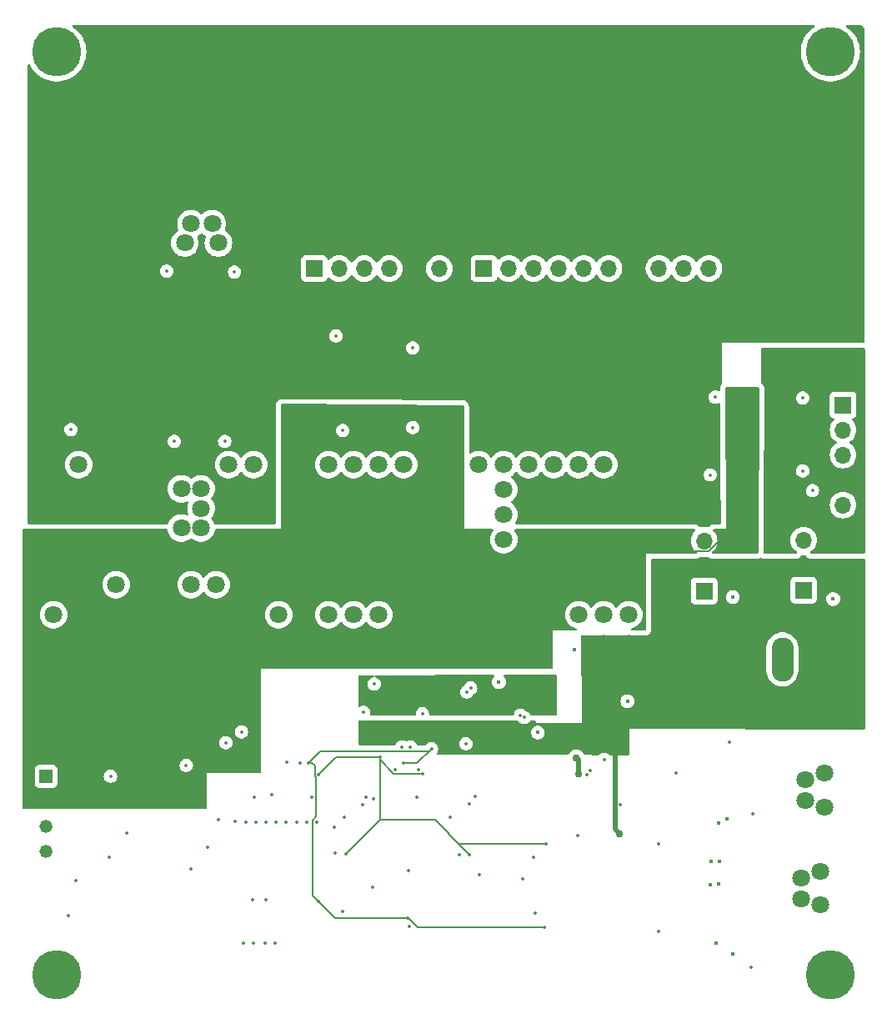
<source format=gbr>
%TF.GenerationSoftware,KiCad,Pcbnew,8.0.7*%
%TF.CreationDate,2025-03-10T13:05:35-04:00*%
%TF.ProjectId,dyno_inst_3,64796e6f-5f69-46e7-9374-5f332e6b6963,rev?*%
%TF.SameCoordinates,Original*%
%TF.FileFunction,Copper,L3,Inr*%
%TF.FilePolarity,Positive*%
%FSLAX46Y46*%
G04 Gerber Fmt 4.6, Leading zero omitted, Abs format (unit mm)*
G04 Created by KiCad (PCBNEW 8.0.7) date 2025-03-10 13:05:35*
%MOMM*%
%LPD*%
G01*
G04 APERTURE LIST*
%TA.AperFunction,ComponentPad*%
%ADD10C,5.000000*%
%TD*%
%TA.AperFunction,ComponentPad*%
%ADD11C,1.800000*%
%TD*%
%TA.AperFunction,ComponentPad*%
%ADD12R,1.700000X1.700000*%
%TD*%
%TA.AperFunction,ComponentPad*%
%ADD13O,1.700000X1.700000*%
%TD*%
%TA.AperFunction,ComponentPad*%
%ADD14R,1.320800X1.320800*%
%TD*%
%TA.AperFunction,ComponentPad*%
%ADD15C,1.320800*%
%TD*%
%TA.AperFunction,ComponentPad*%
%ADD16O,2.250000X4.500000*%
%TD*%
%TA.AperFunction,ViaPad*%
%ADD17C,0.350000*%
%TD*%
%TA.AperFunction,ViaPad*%
%ADD18C,0.400000*%
%TD*%
%TA.AperFunction,ViaPad*%
%ADD19C,0.750000*%
%TD*%
%TA.AperFunction,Conductor*%
%ADD20C,0.160000*%
%TD*%
%TA.AperFunction,Conductor*%
%ADD21C,0.500000*%
%TD*%
%TA.AperFunction,Conductor*%
%ADD22C,0.200000*%
%TD*%
G04 APERTURE END LIST*
D10*
%TO.N,GND1*%
%TO.C,H2*%
X123646900Y-113974000D03*
%TD*%
D11*
%TO.N,3v3Teensy*%
%TO.C,U4*%
X158890000Y-77390000D03*
%TO.N,unconnected-(U4-Pad5V)*%
X129680000Y-74340000D03*
%TO.N,shcalctrl*%
X146190000Y-77390000D03*
%TO.N,Net-(U4-CS1)*%
X151270000Y-77390000D03*
%TO.N,Net-(U4-MOSI)*%
X153810000Y-77390000D03*
%TO.N,Net-(U4-MISO)*%
X156350000Y-77390000D03*
%TO.N,Net-(U4-SCK)*%
X156350000Y-62150000D03*
%TO.N,BOTINB3v3*%
X153810000Y-62150000D03*
%TO.N,TOPINB3v3*%
X151270000Y-62150000D03*
%TO.N,BOTINA3v3*%
X143650000Y-62150000D03*
%TO.N,TOPINA3v3*%
X141110000Y-62150000D03*
%TO.N,Benc1*%
X176670000Y-77390000D03*
%TO.N,Benc2*%
X179210000Y-77390000D03*
%TO.N,Benc3*%
X181750000Y-77390000D03*
%TO.N,INB*%
X179210000Y-62150000D03*
%TO.N,ENB*%
X176670000Y-62150000D03*
%TO.N,CURRSNS*%
X174130000Y-62150000D03*
%TO.N,PWM*%
X171590000Y-62150000D03*
%TO.N,ENA*%
X169050000Y-62150000D03*
%TO.N,INA*%
X166510000Y-62150000D03*
%TO.N,GND3*%
X123330000Y-77390000D03*
X158890000Y-62150000D03*
X125870000Y-62150000D03*
X169050000Y-69770000D03*
X138300000Y-66600000D03*
%TO.N,unconnected-(U4-PadON{slash}OFF)*%
X169050000Y-64690000D03*
%TO.N,unconnected-(U4-PadPROGRAM)*%
X169050000Y-67230000D03*
%TO.N,Rd+*%
X136300000Y-64600000D03*
%TO.N,Rd-*%
X138300000Y-64600000D03*
%TO.N,Td+*%
X138300000Y-68600000D03*
%TO.N,Td-*%
X136300000Y-68600000D03*
%TO.N,GND3*%
X137300000Y-74340000D03*
X139840000Y-74340000D03*
%TO.N,5vpwr*%
X123330000Y-62150000D03*
%TD*%
D12*
%TO.N,TOPINA5v*%
%TO.C,J5*%
X149790000Y-42250000D03*
D13*
%TO.N,BOTINA5v*%
X152330000Y-42250000D03*
%TO.N,TOPINB5v*%
X154870000Y-42250000D03*
%TO.N,BOTINB5v*%
X157410000Y-42250000D03*
%TO.N,5vpwr*%
X159950000Y-42250000D03*
%TO.N,GND3*%
X162490000Y-42250000D03*
%TD*%
D11*
%TO.N,GND1*%
%TO.C,J3*%
X201650799Y-93499978D03*
%TO.N,ACSIG*%
X199700800Y-94125072D03*
%TO.N,ACSHCAL*%
X201650799Y-96900022D03*
%TO.N,N/C*%
X199700800Y-96274999D03*
%TD*%
D12*
%TO.N,GND1*%
%TO.C,U7*%
X199500000Y-74900000D03*
D13*
%TO.N,+12v*%
X199500000Y-72360000D03*
%TO.N,GND2*%
X199500000Y-69820000D03*
%TO.N,5venc*%
X199500000Y-67280000D03*
%TD*%
D14*
%TO.N,GND3*%
%TO.C,U21*%
X122572000Y-93810000D03*
D15*
%TO.N,3v3Teensy*%
X122572000Y-96350000D03*
%TO.N,GND1*%
X122572000Y-98890000D03*
%TO.N,Net-(U21-+VOUT)*%
X122572000Y-101430000D03*
%TD*%
D10*
%TO.N,GND3*%
%TO.C,H3*%
X123646900Y-20248000D03*
%TD*%
D12*
%TO.N,GND1*%
%TO.C,U6*%
X189400000Y-74980000D03*
D13*
%TO.N,+12v*%
X189400000Y-72440000D03*
%TO.N,GND3*%
X189400000Y-69900000D03*
%TO.N,5vpwr*%
X189400000Y-67360000D03*
%TD*%
D12*
%TO.N,INA*%
%TO.C,J2*%
X167025000Y-42225000D03*
D13*
%TO.N,ENA*%
X169565000Y-42225000D03*
%TO.N,PWM*%
X172105000Y-42225000D03*
%TO.N,CURRSNS*%
X174645000Y-42225000D03*
%TO.N,ENB*%
X177185000Y-42225000D03*
%TO.N,INB*%
X179725000Y-42225000D03*
%TO.N,5vpwr*%
X182265000Y-42225000D03*
%TO.N,GND3*%
X184805000Y-42225000D03*
%TO.N,unconnected-(J2-Pin_9-Pad9)*%
X187345000Y-42225000D03*
%TO.N,GND3*%
X189885000Y-42225000D03*
%TD*%
D11*
%TO.N,+5vexc*%
%TO.C,J6*%
X201175000Y-103474956D03*
%TO.N,+DCSIG*%
X199225001Y-104100050D03*
%TO.N,-5vexc*%
X201175000Y-106875000D03*
%TO.N,-DCSIG*%
X199225001Y-106249977D03*
%TD*%
%TO.N,Tx+*%
%TO.C,J7*%
X140055000Y-39650000D03*
%TO.N,Tx-*%
X139429906Y-37700001D03*
%TO.N,Rx-*%
X136654956Y-39650000D03*
%TO.N,Rx+*%
X137279979Y-37700001D03*
%TD*%
D10*
%TO.N,GND3*%
%TO.C,H1*%
X202209100Y-20248000D03*
%TD*%
D12*
%TO.N,Aenc1*%
%TO.C,J1*%
X203500496Y-56100000D03*
D13*
%TO.N,Aenc2*%
X203500496Y-58640000D03*
%TO.N,Aenc3*%
X203500496Y-61180000D03*
%TO.N,5venc*%
X203500496Y-63720000D03*
%TO.N,GND2*%
X203500496Y-66260000D03*
%TD*%
D16*
%TO.N,+12v*%
%TO.C,J4*%
X191050000Y-81925000D03*
%TO.N,GND1*%
X197350000Y-81925000D03*
%TD*%
D10*
%TO.N,GND1*%
%TO.C,H4*%
X202209100Y-113974000D03*
%TD*%
D17*
%TO.N,3v3Teensy*%
X191800000Y-65100000D03*
X138000000Y-92700000D03*
X150200000Y-58800000D03*
X130400000Y-93800000D03*
%TO.N,GND2*%
X199400000Y-62800000D03*
X200400000Y-64800000D03*
X199400000Y-55400000D03*
D18*
%TO.N,5venc*%
X200400000Y-63600000D03*
D17*
%TO.N,3v3Ext*%
X138975000Y-100975000D03*
X130750000Y-99600000D03*
D19*
%TO.N,5vpwr*%
X151000000Y-48900000D03*
X123500000Y-58400000D03*
D17*
%TO.N,+5vref*%
X161700000Y-91000000D03*
X149225000Y-92425000D03*
X173200000Y-109150000D03*
X159275000Y-108175000D03*
X150250000Y-106500000D03*
X158825000Y-92475000D03*
%TO.N,-5vref*%
X150250000Y-93600000D03*
X173350000Y-100675000D03*
X165550000Y-101750000D03*
X153050000Y-101650000D03*
X160825000Y-93550000D03*
X156450000Y-91875000D03*
D19*
%TO.N,+12v*%
X155200000Y-89300000D03*
X182100000Y-87800000D03*
X164200000Y-89000000D03*
X180800000Y-99625000D03*
%TO.N,-12v*%
X164100000Y-86800000D03*
X176600000Y-93575000D03*
X174100000Y-87200000D03*
X173400000Y-86600000D03*
X176425000Y-91975000D03*
X154900000Y-86300000D03*
X171375000Y-86200000D03*
X173900000Y-85800000D03*
D17*
%TO.N,GND1*%
X152675000Y-107550000D03*
X170750000Y-87600000D03*
X163625000Y-97950000D03*
X158050000Y-93150000D03*
X154800000Y-87300000D03*
X177500000Y-93675000D03*
X158700000Y-90825000D03*
X148000201Y-98427124D03*
X194350000Y-97600000D03*
X160775000Y-87450000D03*
X147000000Y-92375000D03*
X184775000Y-100650000D03*
X155700000Y-105100000D03*
X184750000Y-109525000D03*
X171125000Y-87825000D03*
X137300000Y-103175000D03*
X140050000Y-98175000D03*
X164550000Y-101750000D03*
X151925000Y-101625000D03*
X159450000Y-109050000D03*
X192000000Y-90300000D03*
D18*
X192300000Y-75600000D03*
D17*
X194125000Y-113175000D03*
D18*
X181600000Y-86175000D03*
D17*
X142825000Y-98425000D03*
X172075000Y-102000000D03*
X165200000Y-90500000D03*
X170925000Y-104225000D03*
X155775000Y-96050000D03*
X155875000Y-84425000D03*
X128975000Y-102000000D03*
X144800000Y-110700000D03*
X176550000Y-99850000D03*
X165675000Y-84825000D03*
D18*
X202500000Y-75800000D03*
D17*
X160175000Y-95900000D03*
X166600000Y-103800000D03*
X159350000Y-103350000D03*
X145925201Y-98427124D03*
X152875000Y-97950000D03*
X155050000Y-95950000D03*
D18*
X176200000Y-80900000D03*
D17*
X149550000Y-95925000D03*
X159575000Y-90825000D03*
X124800000Y-107950000D03*
X154725000Y-96700000D03*
X165550000Y-96600000D03*
X160400000Y-93100000D03*
X165275000Y-85250000D03*
X143600000Y-110700000D03*
X177850000Y-93200000D03*
X149025201Y-98427124D03*
X141725000Y-98400000D03*
X142600000Y-110700000D03*
X145800000Y-110700000D03*
X180900000Y-96725000D03*
X143500000Y-106300000D03*
X144850000Y-106350000D03*
X166125000Y-95875000D03*
X144900201Y-98427124D03*
X143875201Y-98427124D03*
X148325000Y-92425000D03*
X151825000Y-99000000D03*
X150050201Y-98427124D03*
X172200000Y-107700000D03*
X125600000Y-104400000D03*
X146925201Y-98427124D03*
X145475000Y-95700000D03*
%TO.N,shcalctrl*%
X142400000Y-89300000D03*
%TO.N,ACSHCAL*%
X179250000Y-92075000D03*
X186575000Y-93425000D03*
X143675000Y-95950000D03*
D18*
%TO.N,+5vcla*%
X190025000Y-104800000D03*
X192300001Y-111849999D03*
X172500000Y-89355000D03*
X190125000Y-102450000D03*
X190875000Y-98575000D03*
%TO.N,-5vcla*%
X191750000Y-98125000D03*
X190900000Y-104750000D03*
X190950000Y-102475000D03*
X190625000Y-110700000D03*
X168550000Y-84225000D03*
D17*
%TO.N,GND3*%
X125100000Y-58600000D03*
X140700000Y-59800000D03*
X159800000Y-58400000D03*
X152700000Y-58700000D03*
X152000000Y-49100000D03*
X190500000Y-55300000D03*
X136800000Y-92700000D03*
X159800000Y-50300000D03*
X135600000Y-59800000D03*
X190000000Y-63200000D03*
X134800000Y-42500000D03*
X129100000Y-93800000D03*
X141700000Y-42600000D03*
X140800000Y-90400000D03*
%TD*%
D20*
%TO.N,3v3Teensy*%
X191800000Y-65100000D02*
X192600000Y-65900000D01*
X187840000Y-70940000D02*
X187800000Y-70900000D01*
X189847498Y-70940000D02*
X187840000Y-70940000D01*
X192600000Y-65900000D02*
X192600000Y-68187498D01*
X192600000Y-68187498D02*
X189847498Y-70940000D01*
%TO.N,+5vref*%
X150000000Y-93922757D02*
X150000000Y-97904568D01*
X160225000Y-92475000D02*
X158825000Y-92475000D01*
X161700000Y-91000000D02*
X160225000Y-92475000D01*
X149645201Y-98259367D02*
X149645201Y-105895201D01*
X160300000Y-109150000D02*
X173200000Y-109150000D01*
X150250000Y-106500000D02*
X151925000Y-108175000D01*
X149845000Y-92745000D02*
X149845000Y-93767757D01*
X159325000Y-108175000D02*
X160300000Y-109150000D01*
X151925000Y-108175000D02*
X159275000Y-108175000D01*
X149225000Y-92425000D02*
X149525000Y-92425000D01*
X150420000Y-91230000D02*
X149225000Y-92425000D01*
X161470000Y-91230000D02*
X150420000Y-91230000D01*
X161700000Y-91000000D02*
X161470000Y-91230000D01*
X149525000Y-92425000D02*
X149845000Y-92745000D01*
X149645201Y-105895201D02*
X150250000Y-106500000D01*
X159275000Y-108175000D02*
X159325000Y-108175000D01*
X149845000Y-93767757D02*
X150000000Y-93922757D01*
X150000000Y-97904568D02*
X149645201Y-98259367D01*
%TO.N,-5vref*%
X160825000Y-93550000D02*
X158222757Y-93550000D01*
X156450000Y-92122757D02*
X156450000Y-91875000D01*
X164475000Y-100675000D02*
X173350000Y-100675000D01*
X157882243Y-93555000D02*
X156450000Y-92122757D01*
X158217757Y-93555000D02*
X157882243Y-93555000D01*
X158222757Y-93550000D02*
X158217757Y-93555000D01*
X156450000Y-91875000D02*
X151975000Y-91875000D01*
X162050000Y-98250000D02*
X164475000Y-100675000D01*
X156450000Y-98250000D02*
X162050000Y-98250000D01*
X162050000Y-98250000D02*
X165550000Y-101750000D01*
X156450000Y-98250000D02*
X153050000Y-101650000D01*
X156450000Y-91875000D02*
X156450000Y-98250000D01*
X151975000Y-91875000D02*
X150250000Y-93600000D01*
D21*
%TO.N,+12v*%
X180325000Y-99150000D02*
X180325000Y-90300000D01*
X180800000Y-99625000D02*
X180325000Y-99150000D01*
X180325000Y-90300000D02*
X180200000Y-90175000D01*
%TO.N,-12v*%
X176600000Y-92150000D02*
X176600000Y-93575000D01*
X176425000Y-91975000D02*
X176600000Y-92150000D01*
D22*
%TO.N,+5vcla*%
X190025000Y-104675000D02*
X190025000Y-104800000D01*
%TO.N,-5vcla*%
X190850000Y-104700000D02*
X190900000Y-104750000D01*
%TD*%
%TA.AperFunction,Conductor*%
%TO.N,5venc*%
G36*
X205661999Y-50316047D02*
G01*
X205713139Y-50363656D01*
X205730500Y-50426934D01*
X205730500Y-71076000D01*
X205710815Y-71143039D01*
X205658011Y-71188794D01*
X205606500Y-71200000D01*
X200276959Y-71200000D01*
X200209920Y-71180315D01*
X200164165Y-71127511D01*
X200154221Y-71058353D01*
X200183246Y-70994797D01*
X200205836Y-70974425D01*
X200215375Y-70967745D01*
X200371401Y-70858495D01*
X200538495Y-70691401D01*
X200674035Y-70497830D01*
X200773903Y-70283663D01*
X200835063Y-70055408D01*
X200855659Y-69820000D01*
X200835063Y-69584592D01*
X200773903Y-69356337D01*
X200674035Y-69142171D01*
X200668413Y-69134141D01*
X200538494Y-68948597D01*
X200371402Y-68781506D01*
X200371395Y-68781501D01*
X200177834Y-68645967D01*
X200177830Y-68645965D01*
X200110441Y-68614541D01*
X199963663Y-68546097D01*
X199963659Y-68546096D01*
X199963655Y-68546094D01*
X199735413Y-68484938D01*
X199735403Y-68484936D01*
X199500001Y-68464341D01*
X199499999Y-68464341D01*
X199264596Y-68484936D01*
X199264586Y-68484938D01*
X199036344Y-68546094D01*
X199036335Y-68546098D01*
X198822171Y-68645964D01*
X198822169Y-68645965D01*
X198628597Y-68781505D01*
X198461505Y-68948597D01*
X198325965Y-69142169D01*
X198325964Y-69142171D01*
X198226098Y-69356335D01*
X198226094Y-69356344D01*
X198164938Y-69584586D01*
X198164936Y-69584596D01*
X198144341Y-69819999D01*
X198144341Y-69820000D01*
X198164936Y-70055403D01*
X198164938Y-70055413D01*
X198226094Y-70283655D01*
X198226096Y-70283659D01*
X198226097Y-70283663D01*
X198244960Y-70324114D01*
X198325965Y-70497830D01*
X198325967Y-70497834D01*
X198461501Y-70691395D01*
X198461506Y-70691402D01*
X198628597Y-70858493D01*
X198628603Y-70858498D01*
X198794164Y-70974425D01*
X198837789Y-71029002D01*
X198844983Y-71098500D01*
X198813460Y-71160855D01*
X198753230Y-71196269D01*
X198723041Y-71200000D01*
X195530245Y-71200000D01*
X195463206Y-71180315D01*
X195417451Y-71127511D01*
X195406247Y-71075266D01*
X195434740Y-66259999D01*
X202144837Y-66259999D01*
X202144837Y-66260000D01*
X202165432Y-66495403D01*
X202165434Y-66495413D01*
X202226590Y-66723655D01*
X202226592Y-66723659D01*
X202226593Y-66723663D01*
X202268595Y-66813736D01*
X202326461Y-66937830D01*
X202326463Y-66937834D01*
X202389201Y-67027432D01*
X202462001Y-67131401D01*
X202629095Y-67298495D01*
X202710976Y-67355829D01*
X202822661Y-67434032D01*
X202822663Y-67434033D01*
X202822666Y-67434035D01*
X203036833Y-67533903D01*
X203265088Y-67595063D01*
X203453414Y-67611539D01*
X203500495Y-67615659D01*
X203500496Y-67615659D01*
X203500497Y-67615659D01*
X203544261Y-67611830D01*
X203735904Y-67595063D01*
X203964159Y-67533903D01*
X204178326Y-67434035D01*
X204371897Y-67298495D01*
X204538991Y-67131401D01*
X204674531Y-66937830D01*
X204774399Y-66723663D01*
X204835559Y-66495408D01*
X204856155Y-66260000D01*
X204835559Y-66024592D01*
X204774399Y-65796337D01*
X204674531Y-65582171D01*
X204662133Y-65564464D01*
X204538990Y-65388597D01*
X204371898Y-65221506D01*
X204371891Y-65221501D01*
X204178330Y-65085967D01*
X204178326Y-65085965D01*
X204178324Y-65085964D01*
X203964159Y-64986097D01*
X203964155Y-64986096D01*
X203964151Y-64986094D01*
X203735909Y-64924938D01*
X203735899Y-64924936D01*
X203500497Y-64904341D01*
X203500495Y-64904341D01*
X203265092Y-64924936D01*
X203265082Y-64924938D01*
X203036840Y-64986094D01*
X203036831Y-64986098D01*
X202822667Y-65085964D01*
X202822665Y-65085965D01*
X202629093Y-65221505D01*
X202462001Y-65388597D01*
X202326461Y-65582169D01*
X202326460Y-65582171D01*
X202226594Y-65796335D01*
X202226590Y-65796344D01*
X202165434Y-66024586D01*
X202165432Y-66024596D01*
X202144837Y-66259999D01*
X195434740Y-66259999D01*
X195443379Y-64799999D01*
X199719539Y-64799999D01*
X199719539Y-64800000D01*
X199739311Y-64962842D01*
X199739312Y-64962845D01*
X199786005Y-65085965D01*
X199797483Y-65116228D01*
X199870148Y-65221501D01*
X199890668Y-65251229D01*
X199890670Y-65251231D01*
X199890672Y-65251233D01*
X200013451Y-65360006D01*
X200013452Y-65360006D01*
X200013454Y-65360008D01*
X200158705Y-65436242D01*
X200158707Y-65436242D01*
X200158708Y-65436243D01*
X200317978Y-65475500D01*
X200317979Y-65475500D01*
X200482022Y-65475500D01*
X200641291Y-65436243D01*
X200641291Y-65436242D01*
X200641295Y-65436242D01*
X200786546Y-65360008D01*
X200909332Y-65251229D01*
X201002518Y-65116226D01*
X201060688Y-64962845D01*
X201080461Y-64800000D01*
X201060688Y-64637155D01*
X201002518Y-64483774D01*
X200909332Y-64348771D01*
X200909329Y-64348768D01*
X200909327Y-64348766D01*
X200786548Y-64239993D01*
X200641291Y-64163756D01*
X200482022Y-64124500D01*
X200482021Y-64124500D01*
X200317979Y-64124500D01*
X200317978Y-64124500D01*
X200158708Y-64163756D01*
X200013451Y-64239993D01*
X199890672Y-64348766D01*
X199890666Y-64348773D01*
X199797483Y-64483771D01*
X199739312Y-64637154D01*
X199739311Y-64637157D01*
X199719539Y-64799999D01*
X195443379Y-64799999D01*
X195455213Y-62799999D01*
X198719539Y-62799999D01*
X198719539Y-62800000D01*
X198739311Y-62962842D01*
X198739312Y-62962845D01*
X198770469Y-63045000D01*
X198797483Y-63116228D01*
X198846381Y-63187069D01*
X198890668Y-63251229D01*
X198890670Y-63251231D01*
X198890672Y-63251233D01*
X199013451Y-63360006D01*
X199013452Y-63360006D01*
X199013454Y-63360008D01*
X199158705Y-63436242D01*
X199158707Y-63436242D01*
X199158708Y-63436243D01*
X199317978Y-63475500D01*
X199317979Y-63475500D01*
X199482022Y-63475500D01*
X199641291Y-63436243D01*
X199641291Y-63436242D01*
X199641295Y-63436242D01*
X199786546Y-63360008D01*
X199909332Y-63251229D01*
X200002518Y-63116226D01*
X200060688Y-62962845D01*
X200080461Y-62800000D01*
X200060688Y-62637155D01*
X200002518Y-62483774D01*
X199909332Y-62348771D01*
X199909329Y-62348768D01*
X199909327Y-62348766D01*
X199786548Y-62239993D01*
X199641291Y-62163756D01*
X199482022Y-62124500D01*
X199482021Y-62124500D01*
X199317979Y-62124500D01*
X199317978Y-62124500D01*
X199158708Y-62163756D01*
X199013451Y-62239993D01*
X198890672Y-62348766D01*
X198890666Y-62348773D01*
X198797483Y-62483771D01*
X198739312Y-62637154D01*
X198739311Y-62637157D01*
X198719539Y-62799999D01*
X195455213Y-62799999D01*
X195479828Y-58639999D01*
X202144837Y-58639999D01*
X202144837Y-58640000D01*
X202165432Y-58875403D01*
X202165434Y-58875413D01*
X202226590Y-59103655D01*
X202226592Y-59103659D01*
X202226593Y-59103663D01*
X202326461Y-59317830D01*
X202326463Y-59317834D01*
X202461997Y-59511395D01*
X202462002Y-59511402D01*
X202629093Y-59678493D01*
X202629099Y-59678498D01*
X202814654Y-59808425D01*
X202858279Y-59863002D01*
X202865473Y-59932500D01*
X202833950Y-59994855D01*
X202814654Y-60011575D01*
X202629093Y-60141505D01*
X202462001Y-60308597D01*
X202326461Y-60502169D01*
X202326460Y-60502171D01*
X202226594Y-60716335D01*
X202226590Y-60716344D01*
X202165434Y-60944586D01*
X202165432Y-60944596D01*
X202144837Y-61179999D01*
X202144837Y-61180000D01*
X202165432Y-61415403D01*
X202165434Y-61415413D01*
X202226590Y-61643655D01*
X202226592Y-61643659D01*
X202226593Y-61643663D01*
X202280339Y-61758921D01*
X202326461Y-61857830D01*
X202326463Y-61857834D01*
X202427539Y-62002184D01*
X202462001Y-62051401D01*
X202629095Y-62218495D01*
X202725880Y-62286265D01*
X202822661Y-62354032D01*
X202822663Y-62354033D01*
X202822666Y-62354035D01*
X203036833Y-62453903D01*
X203265088Y-62515063D01*
X203453414Y-62531539D01*
X203500495Y-62535659D01*
X203500496Y-62535659D01*
X203500497Y-62535659D01*
X203539730Y-62532226D01*
X203735904Y-62515063D01*
X203964159Y-62453903D01*
X204178326Y-62354035D01*
X204371897Y-62218495D01*
X204538991Y-62051401D01*
X204674531Y-61857830D01*
X204774399Y-61643663D01*
X204835559Y-61415408D01*
X204856155Y-61180000D01*
X204835559Y-60944592D01*
X204774399Y-60716337D01*
X204674531Y-60502171D01*
X204538991Y-60308599D01*
X204538990Y-60308597D01*
X204371898Y-60141506D01*
X204371892Y-60141501D01*
X204186338Y-60011575D01*
X204142713Y-59956998D01*
X204135519Y-59887500D01*
X204167042Y-59825145D01*
X204186338Y-59808425D01*
X204256901Y-59759016D01*
X204371897Y-59678495D01*
X204538991Y-59511401D01*
X204674531Y-59317830D01*
X204774399Y-59103663D01*
X204835559Y-58875408D01*
X204856155Y-58640000D01*
X204835559Y-58404592D01*
X204774399Y-58176337D01*
X204674531Y-57962171D01*
X204538991Y-57768599D01*
X204417063Y-57646671D01*
X204383580Y-57585351D01*
X204388564Y-57515659D01*
X204430435Y-57459725D01*
X204461411Y-57442810D01*
X204592827Y-57393796D01*
X204708042Y-57307546D01*
X204794292Y-57192331D01*
X204844587Y-57057483D01*
X204850996Y-56997873D01*
X204850995Y-55202128D01*
X204844587Y-55142517D01*
X204843602Y-55139877D01*
X204794293Y-55007671D01*
X204794289Y-55007664D01*
X204708043Y-54892455D01*
X204708040Y-54892452D01*
X204592831Y-54806206D01*
X204592824Y-54806202D01*
X204457978Y-54755908D01*
X204457979Y-54755908D01*
X204398379Y-54749501D01*
X204398377Y-54749500D01*
X204398369Y-54749500D01*
X204398360Y-54749500D01*
X202602625Y-54749500D01*
X202602619Y-54749501D01*
X202543012Y-54755908D01*
X202408167Y-54806202D01*
X202408160Y-54806206D01*
X202292951Y-54892452D01*
X202292948Y-54892455D01*
X202206702Y-55007664D01*
X202206698Y-55007671D01*
X202156404Y-55142517D01*
X202151682Y-55186441D01*
X202149997Y-55202123D01*
X202149996Y-55202135D01*
X202149996Y-56997870D01*
X202149997Y-56997876D01*
X202156404Y-57057483D01*
X202206698Y-57192328D01*
X202206702Y-57192335D01*
X202292948Y-57307544D01*
X202292951Y-57307547D01*
X202408160Y-57393793D01*
X202408167Y-57393797D01*
X202539577Y-57442810D01*
X202595511Y-57484681D01*
X202619928Y-57550145D01*
X202605076Y-57618418D01*
X202583926Y-57646673D01*
X202461999Y-57768600D01*
X202326461Y-57962169D01*
X202326460Y-57962171D01*
X202226594Y-58176335D01*
X202226590Y-58176344D01*
X202165434Y-58404586D01*
X202165432Y-58404596D01*
X202144837Y-58639999D01*
X195479828Y-58639999D01*
X195499000Y-55399999D01*
X198719539Y-55399999D01*
X198719539Y-55400000D01*
X198739311Y-55562842D01*
X198739312Y-55562845D01*
X198797482Y-55716226D01*
X198890668Y-55851229D01*
X198890670Y-55851231D01*
X198890672Y-55851233D01*
X199013451Y-55960006D01*
X199013452Y-55960006D01*
X199013454Y-55960008D01*
X199158705Y-56036242D01*
X199158707Y-56036242D01*
X199158708Y-56036243D01*
X199317978Y-56075500D01*
X199317979Y-56075500D01*
X199482022Y-56075500D01*
X199641291Y-56036243D01*
X199641291Y-56036242D01*
X199641295Y-56036242D01*
X199786546Y-55960008D01*
X199909332Y-55851229D01*
X200002518Y-55716226D01*
X200060688Y-55562845D01*
X200080461Y-55400000D01*
X200060688Y-55237155D01*
X200002518Y-55083774D01*
X199909332Y-54948771D01*
X199909329Y-54948768D01*
X199909327Y-54948766D01*
X199786548Y-54839993D01*
X199641291Y-54763756D01*
X199482022Y-54724500D01*
X199482021Y-54724500D01*
X199317979Y-54724500D01*
X199317978Y-54724500D01*
X199158708Y-54763756D01*
X199013451Y-54839993D01*
X198890672Y-54948766D01*
X198890666Y-54948773D01*
X198797483Y-55083771D01*
X198739312Y-55237154D01*
X198739311Y-55237157D01*
X198719539Y-55399999D01*
X195499000Y-55399999D01*
X195504753Y-54427732D01*
X195504752Y-54427731D01*
X195504753Y-54427725D01*
X195493524Y-54318739D01*
X195482320Y-54266494D01*
X195482318Y-54266486D01*
X195447879Y-54162500D01*
X195447874Y-54162491D01*
X195370093Y-54041462D01*
X195370084Y-54041451D01*
X195324340Y-53988659D01*
X195324336Y-53988656D01*
X195324334Y-53988653D01*
X195242795Y-53917998D01*
X195205022Y-53859221D01*
X195200000Y-53824287D01*
X195200000Y-50429500D01*
X195219685Y-50362461D01*
X195272489Y-50316706D01*
X195324000Y-50305500D01*
X205575990Y-50305500D01*
X205576000Y-50305500D01*
X205593244Y-50303645D01*
X205661999Y-50316047D01*
G37*
%TD.AperFunction*%
%TD*%
%TA.AperFunction,Conductor*%
%TO.N,+12v*%
G36*
X155350850Y-88111207D02*
G01*
X155359889Y-88115335D01*
X155359896Y-88115338D01*
X155426935Y-88135023D01*
X155426939Y-88135024D01*
X155569355Y-88155500D01*
X155569358Y-88155500D01*
X159978857Y-88155500D01*
X159998439Y-88152794D01*
X160115937Y-88136558D01*
X160180668Y-88118321D01*
X160180673Y-88118319D01*
X160198860Y-88110373D01*
X160248507Y-88100000D01*
X160574465Y-88100000D01*
X160604140Y-88103603D01*
X160692978Y-88125500D01*
X160692979Y-88125500D01*
X160857022Y-88125500D01*
X160945860Y-88103603D01*
X160975535Y-88100000D01*
X161301125Y-88100000D01*
X161352639Y-88111207D01*
X161361678Y-88115335D01*
X161361685Y-88115338D01*
X161428724Y-88135023D01*
X161428728Y-88135024D01*
X161571144Y-88155500D01*
X161571147Y-88155500D01*
X169953607Y-88155500D01*
X169953613Y-88155500D01*
X170031045Y-88149534D01*
X170068585Y-88143715D01*
X170144187Y-88125960D01*
X170145467Y-88125340D01*
X170172308Y-88112364D01*
X170226283Y-88100000D01*
X170248692Y-88100000D01*
X170315731Y-88119685D01*
X170330919Y-88131185D01*
X170363451Y-88160006D01*
X170363452Y-88160006D01*
X170363454Y-88160008D01*
X170508705Y-88236242D01*
X170564687Y-88250040D01*
X170617240Y-88277622D01*
X170738451Y-88385006D01*
X170738452Y-88385006D01*
X170738454Y-88385008D01*
X170883705Y-88461242D01*
X170883707Y-88461242D01*
X170883708Y-88461243D01*
X171042978Y-88500500D01*
X171042979Y-88500500D01*
X171207022Y-88500500D01*
X171366291Y-88461243D01*
X171366291Y-88461242D01*
X171366295Y-88461242D01*
X171511546Y-88385008D01*
X171634332Y-88276229D01*
X171687473Y-88199239D01*
X171741753Y-88155252D01*
X171807165Y-88146944D01*
X171866669Y-88155500D01*
X171866673Y-88155500D01*
X172226000Y-88155500D01*
X172293039Y-88175185D01*
X172338794Y-88227989D01*
X172350000Y-88279500D01*
X172350000Y-88400000D01*
X176967405Y-88400000D01*
X176975000Y-89000000D01*
X181775000Y-89008170D01*
X181775000Y-91525886D01*
X181755315Y-91592925D01*
X181702511Y-91638680D01*
X181650887Y-91649886D01*
X179833853Y-91648229D01*
X179766831Y-91628483D01*
X179751739Y-91617044D01*
X179636548Y-91514993D01*
X179491291Y-91438756D01*
X179332022Y-91399500D01*
X179332021Y-91399500D01*
X179167979Y-91399500D01*
X179167978Y-91399500D01*
X179008708Y-91438756D01*
X178863453Y-91514992D01*
X178749459Y-91615982D01*
X178686225Y-91645703D01*
X178667119Y-91647166D01*
X177317433Y-91645935D01*
X177250411Y-91626189D01*
X177210159Y-91583936D01*
X177156216Y-91490506D01*
X177137195Y-91457560D01*
X177014050Y-91320793D01*
X177014048Y-91320791D01*
X176865165Y-91212621D01*
X176865162Y-91212619D01*
X176865161Y-91212619D01*
X176804112Y-91185438D01*
X176697038Y-91137765D01*
X176697033Y-91137763D01*
X176517019Y-91099500D01*
X176332981Y-91099500D01*
X176152966Y-91137763D01*
X176152961Y-91137765D01*
X175984839Y-91212619D01*
X175984834Y-91212621D01*
X175835951Y-91320791D01*
X175835949Y-91320793D01*
X175712803Y-91457561D01*
X175640780Y-91582309D01*
X175590213Y-91630525D01*
X175533280Y-91644309D01*
X162320520Y-91632265D01*
X162253498Y-91612519D01*
X162207792Y-91559674D01*
X162197911Y-91490506D01*
X162218582Y-91437826D01*
X162302518Y-91316226D01*
X162360688Y-91162845D01*
X162380461Y-91000000D01*
X162360688Y-90837155D01*
X162302518Y-90683774D01*
X162209332Y-90548771D01*
X162209329Y-90548768D01*
X162209327Y-90548766D01*
X162154281Y-90499999D01*
X164519539Y-90499999D01*
X164519539Y-90500000D01*
X164539311Y-90662842D01*
X164539312Y-90662845D01*
X164597483Y-90816228D01*
X164637060Y-90873565D01*
X164690668Y-90951229D01*
X164690670Y-90951231D01*
X164690672Y-90951233D01*
X164813451Y-91060006D01*
X164813452Y-91060006D01*
X164813454Y-91060008D01*
X164958705Y-91136242D01*
X164958707Y-91136242D01*
X164958708Y-91136243D01*
X165117978Y-91175500D01*
X165117979Y-91175500D01*
X165282022Y-91175500D01*
X165441291Y-91136243D01*
X165441291Y-91136242D01*
X165441295Y-91136242D01*
X165586546Y-91060008D01*
X165709332Y-90951229D01*
X165802518Y-90816226D01*
X165860688Y-90662845D01*
X165880461Y-90500000D01*
X165860688Y-90337155D01*
X165802518Y-90183774D01*
X165709332Y-90048771D01*
X165709329Y-90048768D01*
X165709327Y-90048766D01*
X165586548Y-89939993D01*
X165441291Y-89863756D01*
X165282022Y-89824500D01*
X165282021Y-89824500D01*
X165117979Y-89824500D01*
X165117978Y-89824500D01*
X164958708Y-89863756D01*
X164813451Y-89939993D01*
X164690672Y-90048766D01*
X164690666Y-90048773D01*
X164597483Y-90183771D01*
X164539312Y-90337154D01*
X164539311Y-90337157D01*
X164519539Y-90499999D01*
X162154281Y-90499999D01*
X162086548Y-90439993D01*
X161960373Y-90373771D01*
X161941295Y-90363758D01*
X161941294Y-90363757D01*
X161941291Y-90363756D01*
X161782022Y-90324500D01*
X161782021Y-90324500D01*
X161617979Y-90324500D01*
X161617978Y-90324500D01*
X161458708Y-90363756D01*
X161313451Y-90439993D01*
X161190672Y-90548766D01*
X161190666Y-90548772D01*
X161158110Y-90595940D01*
X161103828Y-90639930D01*
X161056060Y-90649500D01*
X160316480Y-90649500D01*
X160249441Y-90629815D01*
X160203686Y-90577011D01*
X160200538Y-90569472D01*
X160177517Y-90508772D01*
X160084333Y-90373773D01*
X160084332Y-90373771D01*
X160084329Y-90373768D01*
X160084327Y-90373766D01*
X159961548Y-90264993D01*
X159816291Y-90188756D01*
X159657022Y-90149500D01*
X159657021Y-90149500D01*
X159492979Y-90149500D01*
X159492978Y-90149500D01*
X159333706Y-90188757D01*
X159195125Y-90261490D01*
X159126617Y-90275214D01*
X159079875Y-90261490D01*
X158941293Y-90188757D01*
X158782022Y-90149500D01*
X158782021Y-90149500D01*
X158617979Y-90149500D01*
X158617978Y-90149500D01*
X158458708Y-90188756D01*
X158313451Y-90264993D01*
X158190672Y-90373766D01*
X158190666Y-90373773D01*
X158097482Y-90508772D01*
X158074462Y-90569472D01*
X158032283Y-90625174D01*
X157966686Y-90649231D01*
X157958520Y-90649500D01*
X154442858Y-90649500D01*
X154375819Y-90629815D01*
X154330064Y-90577011D01*
X154318908Y-90529016D01*
X154311319Y-90261490D01*
X154285603Y-89355000D01*
X171794355Y-89355000D01*
X171814859Y-89523869D01*
X171814860Y-89523874D01*
X171875182Y-89682931D01*
X171937475Y-89773177D01*
X171971817Y-89822929D01*
X172017904Y-89863758D01*
X172099150Y-89935736D01*
X172249773Y-90014789D01*
X172249775Y-90014790D01*
X172414944Y-90055500D01*
X172585056Y-90055500D01*
X172750225Y-90014790D01*
X172829692Y-89973081D01*
X172900849Y-89935736D01*
X172900850Y-89935734D01*
X172900852Y-89935734D01*
X173028183Y-89822929D01*
X173124818Y-89682930D01*
X173185140Y-89523872D01*
X173205645Y-89355000D01*
X173185140Y-89186128D01*
X173124818Y-89027070D01*
X173028183Y-88887071D01*
X172900852Y-88774266D01*
X172900849Y-88774263D01*
X172750226Y-88695210D01*
X172585056Y-88654500D01*
X172414944Y-88654500D01*
X172249773Y-88695210D01*
X172099150Y-88774263D01*
X171971816Y-88887072D01*
X171875182Y-89027068D01*
X171814860Y-89186125D01*
X171814859Y-89186130D01*
X171794355Y-89355000D01*
X154285603Y-89355000D01*
X154253617Y-88227514D01*
X154271392Y-88159946D01*
X154322878Y-88112712D01*
X154377567Y-88100000D01*
X155299336Y-88100000D01*
X155350850Y-88111207D01*
G37*
%TD.AperFunction*%
%TD*%
%TA.AperFunction,Conductor*%
%TO.N,+12v*%
G36*
X199700000Y-71351576D02*
G01*
X199737394Y-71388928D01*
X199782125Y-71458531D01*
X199782138Y-71458548D01*
X199827882Y-71511340D01*
X199827885Y-71511343D01*
X199827889Y-71511347D01*
X199936623Y-71605567D01*
X199936626Y-71605568D01*
X199936627Y-71605569D01*
X200034243Y-71650150D01*
X200067500Y-71665338D01*
X200134539Y-71685023D01*
X200134543Y-71685024D01*
X200276959Y-71705500D01*
X200276962Y-71705500D01*
X205606500Y-71705500D01*
X205673539Y-71725185D01*
X205719294Y-71777989D01*
X205730500Y-71829500D01*
X205730500Y-88924732D01*
X205710815Y-88991771D01*
X205658011Y-89037526D01*
X205606289Y-89048732D01*
X181775000Y-89008170D01*
X176975000Y-89000000D01*
X176939240Y-86175000D01*
X180894355Y-86175000D01*
X180914859Y-86343869D01*
X180914860Y-86343874D01*
X180975182Y-86502931D01*
X181037475Y-86593177D01*
X181071817Y-86642929D01*
X181177505Y-86736560D01*
X181199150Y-86755736D01*
X181349773Y-86834789D01*
X181349775Y-86834790D01*
X181514944Y-86875500D01*
X181685056Y-86875500D01*
X181850225Y-86834790D01*
X181929692Y-86793081D01*
X182000849Y-86755736D01*
X182000850Y-86755734D01*
X182000852Y-86755734D01*
X182128183Y-86642929D01*
X182224818Y-86502930D01*
X182285140Y-86343872D01*
X182305645Y-86175000D01*
X182285140Y-86006128D01*
X182224818Y-85847070D01*
X182128183Y-85707071D01*
X182000852Y-85594266D01*
X182000849Y-85594263D01*
X181850226Y-85515210D01*
X181685056Y-85474500D01*
X181514944Y-85474500D01*
X181349773Y-85515210D01*
X181199150Y-85594263D01*
X181071816Y-85707072D01*
X180975182Y-85847068D01*
X180914860Y-86006125D01*
X180914859Y-86006130D01*
X180894355Y-86175000D01*
X176939240Y-86175000D01*
X176875244Y-81119280D01*
X176883294Y-81073739D01*
X176885140Y-81068872D01*
X176905645Y-80900000D01*
X176885140Y-80731128D01*
X176877589Y-80711218D01*
X176870158Y-80672070D01*
X195724500Y-80672070D01*
X195724500Y-83177929D01*
X195764526Y-83430640D01*
X195843588Y-83673972D01*
X195843589Y-83673975D01*
X195959750Y-83901950D01*
X196110132Y-84108935D01*
X196110136Y-84108940D01*
X196291059Y-84289863D01*
X196291064Y-84289867D01*
X196471607Y-84421038D01*
X196498053Y-84440252D01*
X196647080Y-84516185D01*
X196726024Y-84556410D01*
X196726027Y-84556411D01*
X196847693Y-84595942D01*
X196969361Y-84635474D01*
X197222070Y-84675500D01*
X197222071Y-84675500D01*
X197477929Y-84675500D01*
X197477930Y-84675500D01*
X197730639Y-84635474D01*
X197973975Y-84556410D01*
X198201947Y-84440252D01*
X198408942Y-84289862D01*
X198589862Y-84108942D01*
X198740252Y-83901947D01*
X198856410Y-83673975D01*
X198935474Y-83430639D01*
X198975500Y-83177930D01*
X198975500Y-80672070D01*
X198935474Y-80419361D01*
X198877265Y-80240210D01*
X198856411Y-80176027D01*
X198856410Y-80176024D01*
X198816185Y-80097080D01*
X198740252Y-79948053D01*
X198721038Y-79921607D01*
X198589867Y-79741064D01*
X198589863Y-79741059D01*
X198408940Y-79560136D01*
X198408935Y-79560132D01*
X198201950Y-79409750D01*
X198201949Y-79409749D01*
X198201947Y-79409748D01*
X198125547Y-79370820D01*
X197973975Y-79293589D01*
X197973972Y-79293588D01*
X197730640Y-79214526D01*
X197604284Y-79194513D01*
X197477930Y-79174500D01*
X197222070Y-79174500D01*
X197137833Y-79187842D01*
X196969359Y-79214526D01*
X196726027Y-79293588D01*
X196726024Y-79293589D01*
X196498049Y-79409750D01*
X196291064Y-79560132D01*
X196291059Y-79560136D01*
X196110136Y-79741059D01*
X196110132Y-79741064D01*
X195959750Y-79948049D01*
X195843589Y-80176024D01*
X195843588Y-80176027D01*
X195764526Y-80419359D01*
X195724500Y-80672070D01*
X176870158Y-80672070D01*
X176869542Y-80668823D01*
X176856337Y-79625624D01*
X176875170Y-79558344D01*
X176927391Y-79511925D01*
X176996418Y-79501107D01*
X176997909Y-79501311D01*
X177027043Y-79505500D01*
X177027046Y-79505500D01*
X178852956Y-79505500D01*
X178852957Y-79505500D01*
X178883349Y-79504586D01*
X178898225Y-79503690D01*
X178928476Y-79500953D01*
X179067407Y-79463540D01*
X179131601Y-79435955D01*
X179131602Y-79435954D01*
X179131602Y-79435953D01*
X179131972Y-79435795D01*
X179134056Y-79434453D01*
X179144497Y-79428071D01*
X179211962Y-79409906D01*
X179260673Y-79421079D01*
X179357584Y-79465338D01*
X179424623Y-79485023D01*
X179424627Y-79485024D01*
X179567043Y-79505500D01*
X179567046Y-79505500D01*
X181392956Y-79505500D01*
X181392957Y-79505500D01*
X181423349Y-79504586D01*
X181438225Y-79503690D01*
X181468476Y-79500953D01*
X181607407Y-79463540D01*
X181671601Y-79435955D01*
X181671602Y-79435954D01*
X181671602Y-79435953D01*
X181671972Y-79435795D01*
X181674056Y-79434453D01*
X181684497Y-79428071D01*
X181751962Y-79409906D01*
X181800673Y-79421079D01*
X181897584Y-79465338D01*
X181964623Y-79485023D01*
X181964627Y-79485024D01*
X182107043Y-79505500D01*
X182107046Y-79505500D01*
X183375990Y-79505500D01*
X183376000Y-79505500D01*
X183483456Y-79493947D01*
X183534967Y-79482741D01*
X183569197Y-79471347D01*
X183637497Y-79448616D01*
X183637501Y-79448613D01*
X183637504Y-79448613D01*
X183758543Y-79370825D01*
X183811347Y-79325070D01*
X183905567Y-79216336D01*
X183965338Y-79085459D01*
X183985023Y-79018420D01*
X183985024Y-79018416D01*
X184005500Y-78876000D01*
X184005500Y-74082135D01*
X188049500Y-74082135D01*
X188049500Y-75877870D01*
X188049501Y-75877876D01*
X188055908Y-75937483D01*
X188106202Y-76072328D01*
X188106206Y-76072335D01*
X188192452Y-76187544D01*
X188192455Y-76187547D01*
X188307664Y-76273793D01*
X188307671Y-76273797D01*
X188442517Y-76324091D01*
X188442516Y-76324091D01*
X188449444Y-76324835D01*
X188502127Y-76330500D01*
X190297872Y-76330499D01*
X190357483Y-76324091D01*
X190492331Y-76273796D01*
X190607546Y-76187546D01*
X190693796Y-76072331D01*
X190744091Y-75937483D01*
X190750500Y-75877873D01*
X190750500Y-75600000D01*
X191594355Y-75600000D01*
X191614859Y-75768869D01*
X191614860Y-75768874D01*
X191675182Y-75927931D01*
X191719633Y-75992328D01*
X191771817Y-76067929D01*
X191839546Y-76127931D01*
X191899150Y-76180736D01*
X192049773Y-76259789D01*
X192049775Y-76259790D01*
X192214944Y-76300500D01*
X192385056Y-76300500D01*
X192550225Y-76259790D01*
X192675965Y-76193796D01*
X192700849Y-76180736D01*
X192700850Y-76180734D01*
X192700852Y-76180734D01*
X192828183Y-76067929D01*
X192924818Y-75927930D01*
X192985140Y-75768872D01*
X193005645Y-75600000D01*
X192985140Y-75431128D01*
X192924818Y-75272070D01*
X192828183Y-75132071D01*
X192700852Y-75019266D01*
X192700849Y-75019263D01*
X192550226Y-74940210D01*
X192385056Y-74899500D01*
X192214944Y-74899500D01*
X192049773Y-74940210D01*
X191899150Y-75019263D01*
X191771816Y-75132072D01*
X191675182Y-75272068D01*
X191614860Y-75431125D01*
X191614859Y-75431130D01*
X191594355Y-75600000D01*
X190750500Y-75600000D01*
X190750499Y-74082128D01*
X190744091Y-74022517D01*
X190736489Y-74002135D01*
X198149500Y-74002135D01*
X198149500Y-75797870D01*
X198149501Y-75797876D01*
X198155908Y-75857483D01*
X198206202Y-75992328D01*
X198206206Y-75992335D01*
X198292452Y-76107544D01*
X198292455Y-76107547D01*
X198407664Y-76193793D01*
X198407671Y-76193797D01*
X198542517Y-76244091D01*
X198542516Y-76244091D01*
X198549444Y-76244835D01*
X198602127Y-76250500D01*
X200397872Y-76250499D01*
X200457483Y-76244091D01*
X200592331Y-76193796D01*
X200707546Y-76107546D01*
X200793796Y-75992331D01*
X200844091Y-75857483D01*
X200850271Y-75800000D01*
X201794355Y-75800000D01*
X201814859Y-75968869D01*
X201814860Y-75968874D01*
X201875182Y-76127931D01*
X201916331Y-76187544D01*
X201971817Y-76267929D01*
X202077505Y-76361560D01*
X202099150Y-76380736D01*
X202249773Y-76459789D01*
X202249775Y-76459790D01*
X202414944Y-76500500D01*
X202585056Y-76500500D01*
X202750225Y-76459790D01*
X202829692Y-76418081D01*
X202900849Y-76380736D01*
X202900850Y-76380734D01*
X202900852Y-76380734D01*
X203028183Y-76267929D01*
X203124818Y-76127930D01*
X203185140Y-75968872D01*
X203205645Y-75800000D01*
X203185140Y-75631128D01*
X203124818Y-75472070D01*
X203028183Y-75332071D01*
X202900852Y-75219266D01*
X202900849Y-75219263D01*
X202750226Y-75140210D01*
X202585056Y-75099500D01*
X202414944Y-75099500D01*
X202249773Y-75140210D01*
X202099150Y-75219263D01*
X201971816Y-75332072D01*
X201875182Y-75472068D01*
X201814860Y-75631125D01*
X201814859Y-75631130D01*
X201794355Y-75800000D01*
X200850271Y-75800000D01*
X200850500Y-75797873D01*
X200850499Y-74002128D01*
X200844091Y-73942517D01*
X200832920Y-73912567D01*
X200793797Y-73807671D01*
X200793793Y-73807664D01*
X200707547Y-73692455D01*
X200707544Y-73692452D01*
X200592335Y-73606206D01*
X200592328Y-73606202D01*
X200457482Y-73555908D01*
X200457483Y-73555908D01*
X200397883Y-73549501D01*
X200397881Y-73549500D01*
X200397873Y-73549500D01*
X200397864Y-73549500D01*
X198602129Y-73549500D01*
X198602123Y-73549501D01*
X198542516Y-73555908D01*
X198407671Y-73606202D01*
X198407664Y-73606206D01*
X198292455Y-73692452D01*
X198292452Y-73692455D01*
X198206206Y-73807664D01*
X198206202Y-73807671D01*
X198155908Y-73942517D01*
X198153037Y-73969227D01*
X198149501Y-74002123D01*
X198149500Y-74002135D01*
X190736489Y-74002135D01*
X190736486Y-74002128D01*
X190693797Y-73887671D01*
X190693793Y-73887664D01*
X190607547Y-73772455D01*
X190607544Y-73772452D01*
X190492335Y-73686206D01*
X190492328Y-73686202D01*
X190357482Y-73635908D01*
X190357483Y-73635908D01*
X190297883Y-73629501D01*
X190297881Y-73629500D01*
X190297873Y-73629500D01*
X190297864Y-73629500D01*
X188502129Y-73629500D01*
X188502123Y-73629501D01*
X188442516Y-73635908D01*
X188307671Y-73686202D01*
X188307664Y-73686206D01*
X188192455Y-73772452D01*
X188192452Y-73772455D01*
X188106206Y-73887664D01*
X188106202Y-73887671D01*
X188055908Y-74022517D01*
X188050005Y-74077427D01*
X188049501Y-74082123D01*
X188049500Y-74082135D01*
X184005500Y-74082135D01*
X184005500Y-71829500D01*
X184025185Y-71762461D01*
X184077989Y-71716706D01*
X184129500Y-71705500D01*
X188508779Y-71705500D01*
X188508789Y-71705500D01*
X188570791Y-71701683D01*
X188600980Y-71697952D01*
X188662049Y-71686559D01*
X188795194Y-71632025D01*
X188855424Y-71596611D01*
X188916688Y-71547640D01*
X188981345Y-71521159D01*
X188994111Y-71520500D01*
X189771073Y-71520500D01*
X189806454Y-71520500D01*
X189873493Y-71540185D01*
X189887657Y-71550788D01*
X189950871Y-71605564D01*
X189950872Y-71605565D01*
X189950875Y-71605567D01*
X189950877Y-71605568D01*
X189950879Y-71605569D01*
X190048495Y-71650150D01*
X190081752Y-71665338D01*
X190148791Y-71685023D01*
X190148795Y-71685024D01*
X190291211Y-71705500D01*
X190291214Y-71705500D01*
X194776726Y-71705500D01*
X194776731Y-71705500D01*
X194867325Y-71695895D01*
X194882715Y-71694264D01*
X194882716Y-71694263D01*
X194882723Y-71694263D01*
X194933566Y-71683360D01*
X195034838Y-71650152D01*
X195034843Y-71650148D01*
X195034845Y-71650148D01*
X195083838Y-71619070D01*
X195150992Y-71599781D01*
X195201771Y-71610984D01*
X195320786Y-71665338D01*
X195387825Y-71685023D01*
X195387829Y-71685024D01*
X195530245Y-71705500D01*
X195530248Y-71705500D01*
X198723031Y-71705500D01*
X198723041Y-71705500D01*
X198785043Y-71701683D01*
X198815232Y-71697952D01*
X198876301Y-71686559D01*
X199009446Y-71632025D01*
X199069676Y-71596611D01*
X199182062Y-71506778D01*
X199264589Y-71388919D01*
X199264590Y-71388916D01*
X199267129Y-71385291D01*
X199269051Y-71386637D01*
X199313064Y-71345494D01*
X199368647Y-71332267D01*
X199632943Y-71331968D01*
X199700000Y-71351576D01*
G37*
%TD.AperFunction*%
%TD*%
%TA.AperFunction,Conductor*%
%TO.N,3v3Teensy*%
G36*
X164876670Y-56099336D02*
G01*
X164943599Y-56119380D01*
X164989070Y-56172430D01*
X165000000Y-56223334D01*
X165000000Y-69500000D01*
X146400000Y-69500000D01*
X146400000Y-62149993D01*
X149864700Y-62149993D01*
X149864700Y-62150006D01*
X149883864Y-62381297D01*
X149883866Y-62381308D01*
X149940842Y-62606300D01*
X150034075Y-62818848D01*
X150161016Y-63013147D01*
X150161019Y-63013151D01*
X150161021Y-63013153D01*
X150318216Y-63183913D01*
X150318219Y-63183915D01*
X150318222Y-63183918D01*
X150501365Y-63326464D01*
X150501371Y-63326468D01*
X150501374Y-63326470D01*
X150705497Y-63436936D01*
X150819487Y-63476068D01*
X150925015Y-63512297D01*
X150925017Y-63512297D01*
X150925019Y-63512298D01*
X151153951Y-63550500D01*
X151153952Y-63550500D01*
X151386048Y-63550500D01*
X151386049Y-63550500D01*
X151614981Y-63512298D01*
X151834503Y-63436936D01*
X152038626Y-63326470D01*
X152221784Y-63183913D01*
X152378979Y-63013153D01*
X152436191Y-62925582D01*
X152489337Y-62880226D01*
X152558568Y-62870802D01*
X152621904Y-62900304D01*
X152643809Y-62925583D01*
X152701016Y-63013147D01*
X152701019Y-63013151D01*
X152701021Y-63013153D01*
X152858216Y-63183913D01*
X152858219Y-63183915D01*
X152858222Y-63183918D01*
X153041365Y-63326464D01*
X153041371Y-63326468D01*
X153041374Y-63326470D01*
X153245497Y-63436936D01*
X153359487Y-63476068D01*
X153465015Y-63512297D01*
X153465017Y-63512297D01*
X153465019Y-63512298D01*
X153693951Y-63550500D01*
X153693952Y-63550500D01*
X153926048Y-63550500D01*
X153926049Y-63550500D01*
X154154981Y-63512298D01*
X154374503Y-63436936D01*
X154578626Y-63326470D01*
X154761784Y-63183913D01*
X154918979Y-63013153D01*
X154976191Y-62925582D01*
X155029337Y-62880226D01*
X155098568Y-62870802D01*
X155161904Y-62900304D01*
X155183809Y-62925583D01*
X155241016Y-63013147D01*
X155241019Y-63013151D01*
X155241021Y-63013153D01*
X155398216Y-63183913D01*
X155398219Y-63183915D01*
X155398222Y-63183918D01*
X155581365Y-63326464D01*
X155581371Y-63326468D01*
X155581374Y-63326470D01*
X155785497Y-63436936D01*
X155899487Y-63476068D01*
X156005015Y-63512297D01*
X156005017Y-63512297D01*
X156005019Y-63512298D01*
X156233951Y-63550500D01*
X156233952Y-63550500D01*
X156466048Y-63550500D01*
X156466049Y-63550500D01*
X156694981Y-63512298D01*
X156914503Y-63436936D01*
X157118626Y-63326470D01*
X157301784Y-63183913D01*
X157458979Y-63013153D01*
X157516191Y-62925582D01*
X157569337Y-62880226D01*
X157638568Y-62870802D01*
X157701904Y-62900304D01*
X157723809Y-62925583D01*
X157781016Y-63013147D01*
X157781019Y-63013151D01*
X157781021Y-63013153D01*
X157938216Y-63183913D01*
X157938219Y-63183915D01*
X157938222Y-63183918D01*
X158121365Y-63326464D01*
X158121371Y-63326468D01*
X158121374Y-63326470D01*
X158325497Y-63436936D01*
X158439487Y-63476068D01*
X158545015Y-63512297D01*
X158545017Y-63512297D01*
X158545019Y-63512298D01*
X158773951Y-63550500D01*
X158773952Y-63550500D01*
X159006048Y-63550500D01*
X159006049Y-63550500D01*
X159234981Y-63512298D01*
X159454503Y-63436936D01*
X159658626Y-63326470D01*
X159841784Y-63183913D01*
X159998979Y-63013153D01*
X160125924Y-62818849D01*
X160219157Y-62606300D01*
X160276134Y-62381305D01*
X160295300Y-62150000D01*
X160295300Y-62149993D01*
X160276135Y-61918702D01*
X160276133Y-61918691D01*
X160219157Y-61693699D01*
X160125924Y-61481151D01*
X159998983Y-61286852D01*
X159998980Y-61286849D01*
X159998979Y-61286847D01*
X159841784Y-61116087D01*
X159841779Y-61116083D01*
X159841777Y-61116081D01*
X159658634Y-60973535D01*
X159658628Y-60973531D01*
X159454504Y-60863064D01*
X159454495Y-60863061D01*
X159234984Y-60787702D01*
X159063282Y-60759050D01*
X159006049Y-60749500D01*
X158773951Y-60749500D01*
X158728164Y-60757140D01*
X158545015Y-60787702D01*
X158325504Y-60863061D01*
X158325495Y-60863064D01*
X158121371Y-60973531D01*
X158121365Y-60973535D01*
X157938222Y-61116081D01*
X157938219Y-61116084D01*
X157781016Y-61286852D01*
X157723809Y-61374416D01*
X157670662Y-61419773D01*
X157601431Y-61429197D01*
X157538095Y-61399695D01*
X157516191Y-61374416D01*
X157458983Y-61286852D01*
X157458980Y-61286849D01*
X157458979Y-61286847D01*
X157301784Y-61116087D01*
X157301779Y-61116083D01*
X157301777Y-61116081D01*
X157118634Y-60973535D01*
X157118628Y-60973531D01*
X156914504Y-60863064D01*
X156914495Y-60863061D01*
X156694984Y-60787702D01*
X156523282Y-60759050D01*
X156466049Y-60749500D01*
X156233951Y-60749500D01*
X156188164Y-60757140D01*
X156005015Y-60787702D01*
X155785504Y-60863061D01*
X155785495Y-60863064D01*
X155581371Y-60973531D01*
X155581365Y-60973535D01*
X155398222Y-61116081D01*
X155398219Y-61116084D01*
X155241016Y-61286852D01*
X155183809Y-61374416D01*
X155130662Y-61419773D01*
X155061431Y-61429197D01*
X154998095Y-61399695D01*
X154976191Y-61374416D01*
X154918983Y-61286852D01*
X154918980Y-61286849D01*
X154918979Y-61286847D01*
X154761784Y-61116087D01*
X154761779Y-61116083D01*
X154761777Y-61116081D01*
X154578634Y-60973535D01*
X154578628Y-60973531D01*
X154374504Y-60863064D01*
X154374495Y-60863061D01*
X154154984Y-60787702D01*
X153983282Y-60759050D01*
X153926049Y-60749500D01*
X153693951Y-60749500D01*
X153648164Y-60757140D01*
X153465015Y-60787702D01*
X153245504Y-60863061D01*
X153245495Y-60863064D01*
X153041371Y-60973531D01*
X153041365Y-60973535D01*
X152858222Y-61116081D01*
X152858219Y-61116084D01*
X152701016Y-61286852D01*
X152643809Y-61374416D01*
X152590662Y-61419773D01*
X152521431Y-61429197D01*
X152458095Y-61399695D01*
X152436191Y-61374416D01*
X152378983Y-61286852D01*
X152378980Y-61286849D01*
X152378979Y-61286847D01*
X152221784Y-61116087D01*
X152221779Y-61116083D01*
X152221777Y-61116081D01*
X152038634Y-60973535D01*
X152038628Y-60973531D01*
X151834504Y-60863064D01*
X151834495Y-60863061D01*
X151614984Y-60787702D01*
X151443282Y-60759050D01*
X151386049Y-60749500D01*
X151153951Y-60749500D01*
X151108164Y-60757140D01*
X150925015Y-60787702D01*
X150705504Y-60863061D01*
X150705495Y-60863064D01*
X150501371Y-60973531D01*
X150501365Y-60973535D01*
X150318222Y-61116081D01*
X150318219Y-61116084D01*
X150161016Y-61286852D01*
X150034075Y-61481151D01*
X149940842Y-61693699D01*
X149883866Y-61918691D01*
X149883864Y-61918702D01*
X149864700Y-62149993D01*
X146400000Y-62149993D01*
X146400000Y-58699999D01*
X152019539Y-58699999D01*
X152019539Y-58700000D01*
X152039311Y-58862842D01*
X152039312Y-58862845D01*
X152076160Y-58960006D01*
X152097483Y-59016228D01*
X152138396Y-59075500D01*
X152190668Y-59151229D01*
X152190670Y-59151231D01*
X152190672Y-59151233D01*
X152313451Y-59260006D01*
X152313452Y-59260006D01*
X152313454Y-59260008D01*
X152458705Y-59336242D01*
X152458707Y-59336242D01*
X152458708Y-59336243D01*
X152617978Y-59375500D01*
X152617979Y-59375500D01*
X152782022Y-59375500D01*
X152941291Y-59336243D01*
X152941291Y-59336242D01*
X152941295Y-59336242D01*
X153086546Y-59260008D01*
X153209332Y-59151229D01*
X153302518Y-59016226D01*
X153360688Y-58862845D01*
X153380461Y-58700000D01*
X153360688Y-58537155D01*
X153308671Y-58399999D01*
X159119539Y-58399999D01*
X159119539Y-58400000D01*
X159139311Y-58562842D01*
X159139312Y-58562845D01*
X159197482Y-58716226D01*
X159290668Y-58851229D01*
X159290670Y-58851231D01*
X159290672Y-58851233D01*
X159413451Y-58960006D01*
X159413452Y-58960006D01*
X159413454Y-58960008D01*
X159558705Y-59036242D01*
X159558707Y-59036242D01*
X159558708Y-59036243D01*
X159717978Y-59075500D01*
X159717979Y-59075500D01*
X159882022Y-59075500D01*
X160041291Y-59036243D01*
X160041291Y-59036242D01*
X160041295Y-59036242D01*
X160186546Y-58960008D01*
X160309332Y-58851229D01*
X160402518Y-58716226D01*
X160460688Y-58562845D01*
X160480461Y-58400000D01*
X160478490Y-58383771D01*
X160473870Y-58345718D01*
X160460688Y-58237155D01*
X160402518Y-58083774D01*
X160309332Y-57948771D01*
X160309329Y-57948768D01*
X160309327Y-57948766D01*
X160186548Y-57839993D01*
X160041291Y-57763756D01*
X159882022Y-57724500D01*
X159882021Y-57724500D01*
X159717979Y-57724500D01*
X159717978Y-57724500D01*
X159558708Y-57763756D01*
X159413451Y-57839993D01*
X159290672Y-57948766D01*
X159290666Y-57948773D01*
X159197483Y-58083771D01*
X159139312Y-58237154D01*
X159139311Y-58237157D01*
X159119539Y-58399999D01*
X153308671Y-58399999D01*
X153302518Y-58383774D01*
X153209332Y-58248771D01*
X153209329Y-58248768D01*
X153209327Y-58248766D01*
X153086548Y-58139993D01*
X152941291Y-58063756D01*
X152782022Y-58024500D01*
X152782021Y-58024500D01*
X152617979Y-58024500D01*
X152617978Y-58024500D01*
X152458708Y-58063756D01*
X152313451Y-58139993D01*
X152190672Y-58248766D01*
X152190666Y-58248773D01*
X152097483Y-58383771D01*
X152039312Y-58537154D01*
X152039311Y-58537157D01*
X152019539Y-58699999D01*
X146400000Y-58699999D01*
X146400000Y-56124668D01*
X146419685Y-56057629D01*
X146472489Y-56011874D01*
X146524665Y-56000670D01*
X164876670Y-56099336D01*
G37*
%TD.AperFunction*%
%TD*%
%TA.AperFunction,Conductor*%
%TO.N,3v3Teensy*%
G36*
X134855875Y-68719685D02*
G01*
X134901630Y-68772489D01*
X134912412Y-68813758D01*
X134913261Y-68824000D01*
X134913866Y-68831307D01*
X134913866Y-68831308D01*
X134970842Y-69056300D01*
X135064075Y-69268848D01*
X135191016Y-69463147D01*
X135191019Y-69463151D01*
X135191021Y-69463153D01*
X135348216Y-69633913D01*
X135348219Y-69633915D01*
X135348222Y-69633918D01*
X135531365Y-69776464D01*
X135531371Y-69776468D01*
X135531374Y-69776470D01*
X135735497Y-69886936D01*
X135849487Y-69926068D01*
X135955015Y-69962297D01*
X135955017Y-69962297D01*
X135955019Y-69962298D01*
X136183951Y-70000500D01*
X136183952Y-70000500D01*
X136416048Y-70000500D01*
X136416049Y-70000500D01*
X136644981Y-69962298D01*
X136864503Y-69886936D01*
X137068626Y-69776470D01*
X137223839Y-69655663D01*
X137288831Y-69630021D01*
X137357371Y-69643587D01*
X137376156Y-69655659D01*
X137531374Y-69776470D01*
X137735497Y-69886936D01*
X137849487Y-69926068D01*
X137955015Y-69962297D01*
X137955017Y-69962297D01*
X137955019Y-69962298D01*
X138183951Y-70000500D01*
X138183952Y-70000500D01*
X138416048Y-70000500D01*
X138416049Y-70000500D01*
X138644981Y-69962298D01*
X138864503Y-69886936D01*
X139068626Y-69776470D01*
X139251784Y-69633913D01*
X139408979Y-69463153D01*
X139535924Y-69268849D01*
X139629157Y-69056300D01*
X139686134Y-68831305D01*
X139687587Y-68813759D01*
X139712740Y-68748577D01*
X139769141Y-68707338D01*
X139811164Y-68700000D01*
X146400000Y-68700000D01*
X146400000Y-69500000D01*
X165000000Y-69500000D01*
X165000000Y-68700000D01*
X167848746Y-68700000D01*
X167915785Y-68719685D01*
X167961540Y-68772489D01*
X167971484Y-68841647D01*
X167943712Y-68902457D01*
X167944164Y-68902809D01*
X167942684Y-68904709D01*
X167942459Y-68905203D01*
X167941223Y-68906586D01*
X167941021Y-68906846D01*
X167814075Y-69101151D01*
X167720842Y-69313699D01*
X167663866Y-69538691D01*
X167663864Y-69538702D01*
X167644700Y-69769993D01*
X167644700Y-69770006D01*
X167663864Y-70001297D01*
X167663866Y-70001308D01*
X167720842Y-70226300D01*
X167814075Y-70438848D01*
X167941016Y-70633147D01*
X167941019Y-70633151D01*
X167941021Y-70633153D01*
X168098216Y-70803913D01*
X168098219Y-70803915D01*
X168098222Y-70803918D01*
X168281365Y-70946464D01*
X168281371Y-70946468D01*
X168281374Y-70946470D01*
X168485497Y-71056936D01*
X168535305Y-71074035D01*
X168705015Y-71132297D01*
X168705017Y-71132297D01*
X168705019Y-71132298D01*
X168933951Y-71170500D01*
X168933952Y-71170500D01*
X169166048Y-71170500D01*
X169166049Y-71170500D01*
X169394981Y-71132298D01*
X169614503Y-71056936D01*
X169818626Y-70946470D01*
X169828869Y-70938498D01*
X169880129Y-70898600D01*
X170001784Y-70803913D01*
X170158979Y-70633153D01*
X170285924Y-70438849D01*
X170379157Y-70226300D01*
X170436134Y-70001305D01*
X170439366Y-69962298D01*
X170455300Y-69770006D01*
X170455300Y-69769993D01*
X170436135Y-69538702D01*
X170436133Y-69538691D01*
X170379157Y-69313699D01*
X170285924Y-69101151D01*
X170158978Y-68906846D01*
X170155836Y-68902809D01*
X170157014Y-68901891D01*
X170129100Y-68845317D01*
X170136967Y-68775892D01*
X170181119Y-68721740D01*
X170247538Y-68700056D01*
X170251254Y-68700000D01*
X188390741Y-68700000D01*
X188457780Y-68719685D01*
X188503535Y-68772489D01*
X188513479Y-68841647D01*
X188484454Y-68905203D01*
X188478422Y-68911681D01*
X188361505Y-69028597D01*
X188225965Y-69222169D01*
X188225964Y-69222171D01*
X188126098Y-69436335D01*
X188126094Y-69436344D01*
X188064938Y-69664586D01*
X188064936Y-69664596D01*
X188044341Y-69899999D01*
X188044341Y-69900000D01*
X188064936Y-70135403D01*
X188064938Y-70135413D01*
X188126094Y-70363655D01*
X188126096Y-70363659D01*
X188126097Y-70363663D01*
X188161157Y-70438849D01*
X188225965Y-70577830D01*
X188225967Y-70577834D01*
X188361501Y-70771395D01*
X188361506Y-70771402D01*
X188528597Y-70938493D01*
X188528603Y-70938498D01*
X188579912Y-70974425D01*
X188623537Y-71029002D01*
X188630731Y-71098500D01*
X188599208Y-71160855D01*
X188538978Y-71196269D01*
X188508789Y-71200000D01*
X183500000Y-71200000D01*
X183500000Y-78876000D01*
X183480315Y-78943039D01*
X183427511Y-78988794D01*
X183376000Y-79000000D01*
X182107043Y-79000000D01*
X182040004Y-78980315D01*
X181994249Y-78927511D01*
X181984305Y-78858353D01*
X182013330Y-78794797D01*
X182072108Y-78757023D01*
X182086634Y-78753691D01*
X182088013Y-78753460D01*
X182094981Y-78752298D01*
X182314503Y-78676936D01*
X182518626Y-78566470D01*
X182701784Y-78423913D01*
X182858979Y-78253153D01*
X182985924Y-78058849D01*
X183079157Y-77846300D01*
X183136134Y-77621305D01*
X183155300Y-77390000D01*
X183155300Y-77389993D01*
X183136135Y-77158702D01*
X183136133Y-77158691D01*
X183079157Y-76933699D01*
X182985924Y-76721151D01*
X182858983Y-76526852D01*
X182858980Y-76526849D01*
X182858979Y-76526847D01*
X182701784Y-76356087D01*
X182701779Y-76356083D01*
X182701777Y-76356081D01*
X182518634Y-76213535D01*
X182518628Y-76213531D01*
X182314504Y-76103064D01*
X182314495Y-76103061D01*
X182094984Y-76027702D01*
X181923282Y-75999050D01*
X181866049Y-75989500D01*
X181633951Y-75989500D01*
X181588164Y-75997140D01*
X181405015Y-76027702D01*
X181185504Y-76103061D01*
X181185495Y-76103064D01*
X180981371Y-76213531D01*
X180981365Y-76213535D01*
X180798222Y-76356081D01*
X180798219Y-76356084D01*
X180641016Y-76526852D01*
X180583809Y-76614416D01*
X180530662Y-76659773D01*
X180461431Y-76669197D01*
X180398095Y-76639695D01*
X180376191Y-76614416D01*
X180318983Y-76526852D01*
X180318980Y-76526849D01*
X180318979Y-76526847D01*
X180161784Y-76356087D01*
X180161779Y-76356083D01*
X180161777Y-76356081D01*
X179978634Y-76213535D01*
X179978628Y-76213531D01*
X179774504Y-76103064D01*
X179774495Y-76103061D01*
X179554984Y-76027702D01*
X179383282Y-75999050D01*
X179326049Y-75989500D01*
X179093951Y-75989500D01*
X179048164Y-75997140D01*
X178865015Y-76027702D01*
X178645504Y-76103061D01*
X178645495Y-76103064D01*
X178441371Y-76213531D01*
X178441365Y-76213535D01*
X178258222Y-76356081D01*
X178258219Y-76356084D01*
X178101016Y-76526852D01*
X178043809Y-76614416D01*
X177990662Y-76659773D01*
X177921431Y-76669197D01*
X177858095Y-76639695D01*
X177836191Y-76614416D01*
X177778983Y-76526852D01*
X177778980Y-76526849D01*
X177778979Y-76526847D01*
X177621784Y-76356087D01*
X177621779Y-76356083D01*
X177621777Y-76356081D01*
X177438634Y-76213535D01*
X177438628Y-76213531D01*
X177234504Y-76103064D01*
X177234495Y-76103061D01*
X177014984Y-76027702D01*
X176843282Y-75999050D01*
X176786049Y-75989500D01*
X176553951Y-75989500D01*
X176508164Y-75997140D01*
X176325015Y-76027702D01*
X176105504Y-76103061D01*
X176105495Y-76103064D01*
X175901371Y-76213531D01*
X175901365Y-76213535D01*
X175718222Y-76356081D01*
X175718219Y-76356084D01*
X175561016Y-76526852D01*
X175434075Y-76721151D01*
X175340842Y-76933699D01*
X175283866Y-77158691D01*
X175283864Y-77158702D01*
X175264700Y-77389993D01*
X175264700Y-77390006D01*
X175283864Y-77621297D01*
X175283866Y-77621308D01*
X175340842Y-77846300D01*
X175434075Y-78058848D01*
X175561016Y-78253147D01*
X175561019Y-78253151D01*
X175561021Y-78253153D01*
X175718216Y-78423913D01*
X175718219Y-78423915D01*
X175718222Y-78423918D01*
X175901365Y-78566464D01*
X175901371Y-78566468D01*
X175901374Y-78566470D01*
X176105497Y-78676936D01*
X176325019Y-78752298D01*
X176331622Y-78753399D01*
X176333366Y-78753691D01*
X176396251Y-78784141D01*
X176432691Y-78843756D01*
X176431116Y-78913608D01*
X176392027Y-78971519D01*
X176327833Y-78999104D01*
X176312957Y-79000000D01*
X174000000Y-79000000D01*
X174000000Y-82776000D01*
X173980315Y-82843039D01*
X173927511Y-82888794D01*
X173876000Y-82900000D01*
X144400000Y-82900000D01*
X144400000Y-93376000D01*
X144380315Y-93443039D01*
X144327511Y-93488794D01*
X144276000Y-93500000D01*
X138900000Y-93500000D01*
X138900000Y-96976000D01*
X138880315Y-97043039D01*
X138827511Y-97088794D01*
X138776000Y-97100000D01*
X120249500Y-97100000D01*
X120182461Y-97080315D01*
X120136706Y-97027511D01*
X120125500Y-96976000D01*
X120125500Y-93101735D01*
X121411100Y-93101735D01*
X121411100Y-94518270D01*
X121411101Y-94518276D01*
X121417508Y-94577883D01*
X121467802Y-94712728D01*
X121467806Y-94712735D01*
X121554052Y-94827944D01*
X121554055Y-94827947D01*
X121669264Y-94914193D01*
X121669271Y-94914197D01*
X121804117Y-94964491D01*
X121804116Y-94964491D01*
X121811044Y-94965235D01*
X121863727Y-94970900D01*
X123280272Y-94970899D01*
X123339883Y-94964491D01*
X123474731Y-94914196D01*
X123589946Y-94827946D01*
X123676196Y-94712731D01*
X123726491Y-94577883D01*
X123732900Y-94518273D01*
X123732899Y-93799999D01*
X128419539Y-93799999D01*
X128419539Y-93800000D01*
X128439311Y-93962842D01*
X128439312Y-93962845D01*
X128497483Y-94116228D01*
X128548006Y-94189423D01*
X128590668Y-94251229D01*
X128590670Y-94251231D01*
X128590672Y-94251233D01*
X128713451Y-94360006D01*
X128713452Y-94360006D01*
X128713454Y-94360008D01*
X128858705Y-94436242D01*
X128858707Y-94436242D01*
X128858708Y-94436243D01*
X129017978Y-94475500D01*
X129017979Y-94475500D01*
X129182022Y-94475500D01*
X129341291Y-94436243D01*
X129341291Y-94436242D01*
X129341295Y-94436242D01*
X129486546Y-94360008D01*
X129609332Y-94251229D01*
X129702518Y-94116226D01*
X129760688Y-93962845D01*
X129780461Y-93800000D01*
X129760688Y-93637155D01*
X129702518Y-93483774D01*
X129609332Y-93348771D01*
X129609329Y-93348768D01*
X129609327Y-93348766D01*
X129486548Y-93239993D01*
X129341291Y-93163756D01*
X129182022Y-93124500D01*
X129182021Y-93124500D01*
X129017979Y-93124500D01*
X129017978Y-93124500D01*
X128858708Y-93163756D01*
X128713451Y-93239993D01*
X128590672Y-93348766D01*
X128590666Y-93348773D01*
X128497483Y-93483771D01*
X128439312Y-93637154D01*
X128439311Y-93637157D01*
X128419539Y-93799999D01*
X123732899Y-93799999D01*
X123732899Y-93101728D01*
X123726491Y-93042117D01*
X123724640Y-93037155D01*
X123676197Y-92907271D01*
X123676193Y-92907264D01*
X123589947Y-92792055D01*
X123589944Y-92792052D01*
X123474735Y-92705806D01*
X123474728Y-92705802D01*
X123459169Y-92699999D01*
X136119539Y-92699999D01*
X136119539Y-92700000D01*
X136139311Y-92862842D01*
X136139312Y-92862845D01*
X136197483Y-93016228D01*
X136256505Y-93101735D01*
X136290668Y-93151229D01*
X136290670Y-93151231D01*
X136290672Y-93151233D01*
X136413451Y-93260006D01*
X136413452Y-93260006D01*
X136413454Y-93260008D01*
X136558705Y-93336242D01*
X136558707Y-93336242D01*
X136558708Y-93336243D01*
X136717978Y-93375500D01*
X136717979Y-93375500D01*
X136882022Y-93375500D01*
X137041291Y-93336243D01*
X137041291Y-93336242D01*
X137041295Y-93336242D01*
X137186546Y-93260008D01*
X137309332Y-93151229D01*
X137402518Y-93016226D01*
X137460688Y-92862845D01*
X137480461Y-92700000D01*
X137460688Y-92537155D01*
X137402518Y-92383774D01*
X137309332Y-92248771D01*
X137309329Y-92248768D01*
X137309327Y-92248766D01*
X137186548Y-92139993D01*
X137041291Y-92063756D01*
X136882022Y-92024500D01*
X136882021Y-92024500D01*
X136717979Y-92024500D01*
X136717978Y-92024500D01*
X136558708Y-92063756D01*
X136413451Y-92139993D01*
X136290672Y-92248766D01*
X136290666Y-92248773D01*
X136197483Y-92383771D01*
X136139312Y-92537154D01*
X136139311Y-92537157D01*
X136119539Y-92699999D01*
X123459169Y-92699999D01*
X123339882Y-92655508D01*
X123339883Y-92655508D01*
X123280283Y-92649101D01*
X123280281Y-92649100D01*
X123280273Y-92649100D01*
X123280264Y-92649100D01*
X121863729Y-92649100D01*
X121863723Y-92649101D01*
X121804116Y-92655508D01*
X121669271Y-92705802D01*
X121669264Y-92705806D01*
X121554055Y-92792052D01*
X121554052Y-92792055D01*
X121467806Y-92907264D01*
X121467802Y-92907271D01*
X121417508Y-93042117D01*
X121411418Y-93098771D01*
X121411101Y-93101723D01*
X121411100Y-93101735D01*
X120125500Y-93101735D01*
X120125500Y-90399999D01*
X140119539Y-90399999D01*
X140119539Y-90400000D01*
X140139311Y-90562842D01*
X140139312Y-90562845D01*
X140197482Y-90716226D01*
X140290668Y-90851229D01*
X140290670Y-90851231D01*
X140290672Y-90851233D01*
X140413451Y-90960006D01*
X140413452Y-90960006D01*
X140413454Y-90960008D01*
X140558705Y-91036242D01*
X140558707Y-91036242D01*
X140558708Y-91036243D01*
X140717978Y-91075500D01*
X140717979Y-91075500D01*
X140882022Y-91075500D01*
X141041291Y-91036243D01*
X141041291Y-91036242D01*
X141041295Y-91036242D01*
X141186546Y-90960008D01*
X141309332Y-90851229D01*
X141402518Y-90716226D01*
X141460688Y-90562845D01*
X141480461Y-90400000D01*
X141460688Y-90237155D01*
X141402518Y-90083774D01*
X141309332Y-89948771D01*
X141309329Y-89948768D01*
X141309327Y-89948766D01*
X141186548Y-89839993D01*
X141041291Y-89763756D01*
X140882022Y-89724500D01*
X140882021Y-89724500D01*
X140717979Y-89724500D01*
X140717978Y-89724500D01*
X140558708Y-89763756D01*
X140413451Y-89839993D01*
X140290672Y-89948766D01*
X140290666Y-89948773D01*
X140197483Y-90083771D01*
X140139312Y-90237154D01*
X140139311Y-90237157D01*
X140119539Y-90399999D01*
X120125500Y-90399999D01*
X120125500Y-89299999D01*
X141719539Y-89299999D01*
X141719539Y-89300000D01*
X141739311Y-89462842D01*
X141739312Y-89462845D01*
X141788312Y-89592048D01*
X141797483Y-89616228D01*
X141852949Y-89696584D01*
X141890668Y-89751229D01*
X141890670Y-89751231D01*
X141890672Y-89751233D01*
X142013451Y-89860006D01*
X142013452Y-89860006D01*
X142013454Y-89860008D01*
X142158705Y-89936242D01*
X142158707Y-89936242D01*
X142158708Y-89936243D01*
X142317978Y-89975500D01*
X142317979Y-89975500D01*
X142482022Y-89975500D01*
X142641291Y-89936243D01*
X142641291Y-89936242D01*
X142641295Y-89936242D01*
X142786546Y-89860008D01*
X142909332Y-89751229D01*
X143002518Y-89616226D01*
X143060688Y-89462845D01*
X143080461Y-89300000D01*
X143060688Y-89137155D01*
X143002518Y-88983774D01*
X142909332Y-88848771D01*
X142909329Y-88848768D01*
X142909327Y-88848766D01*
X142786548Y-88739993D01*
X142641291Y-88663756D01*
X142482022Y-88624500D01*
X142482021Y-88624500D01*
X142317979Y-88624500D01*
X142317978Y-88624500D01*
X142158708Y-88663756D01*
X142013451Y-88739993D01*
X141890672Y-88848766D01*
X141890666Y-88848773D01*
X141797483Y-88983771D01*
X141739312Y-89137154D01*
X141739311Y-89137157D01*
X141719539Y-89299999D01*
X120125500Y-89299999D01*
X120125500Y-77389993D01*
X121924700Y-77389993D01*
X121924700Y-77390006D01*
X121943864Y-77621297D01*
X121943866Y-77621308D01*
X122000842Y-77846300D01*
X122094075Y-78058848D01*
X122221016Y-78253147D01*
X122221019Y-78253151D01*
X122221021Y-78253153D01*
X122378216Y-78423913D01*
X122378219Y-78423915D01*
X122378222Y-78423918D01*
X122561365Y-78566464D01*
X122561371Y-78566468D01*
X122561374Y-78566470D01*
X122765497Y-78676936D01*
X122879487Y-78716068D01*
X122985015Y-78752297D01*
X122985017Y-78752297D01*
X122985019Y-78752298D01*
X123213951Y-78790500D01*
X123213952Y-78790500D01*
X123446048Y-78790500D01*
X123446049Y-78790500D01*
X123674981Y-78752298D01*
X123894503Y-78676936D01*
X124098626Y-78566470D01*
X124281784Y-78423913D01*
X124438979Y-78253153D01*
X124565924Y-78058849D01*
X124659157Y-77846300D01*
X124716134Y-77621305D01*
X124735300Y-77390000D01*
X124735300Y-77389993D01*
X144784700Y-77389993D01*
X144784700Y-77390006D01*
X144803864Y-77621297D01*
X144803866Y-77621308D01*
X144860842Y-77846300D01*
X144954075Y-78058848D01*
X145081016Y-78253147D01*
X145081019Y-78253151D01*
X145081021Y-78253153D01*
X145238216Y-78423913D01*
X145238219Y-78423915D01*
X145238222Y-78423918D01*
X145421365Y-78566464D01*
X145421371Y-78566468D01*
X145421374Y-78566470D01*
X145625497Y-78676936D01*
X145739487Y-78716068D01*
X145845015Y-78752297D01*
X145845017Y-78752297D01*
X145845019Y-78752298D01*
X146073951Y-78790500D01*
X146073952Y-78790500D01*
X146306048Y-78790500D01*
X146306049Y-78790500D01*
X146534981Y-78752298D01*
X146754503Y-78676936D01*
X146958626Y-78566470D01*
X147141784Y-78423913D01*
X147298979Y-78253153D01*
X147425924Y-78058849D01*
X147519157Y-77846300D01*
X147576134Y-77621305D01*
X147595300Y-77390000D01*
X147595300Y-77389993D01*
X149864700Y-77389993D01*
X149864700Y-77390006D01*
X149883864Y-77621297D01*
X149883866Y-77621308D01*
X149940842Y-77846300D01*
X150034075Y-78058848D01*
X150161016Y-78253147D01*
X150161019Y-78253151D01*
X150161021Y-78253153D01*
X150318216Y-78423913D01*
X150318219Y-78423915D01*
X150318222Y-78423918D01*
X150501365Y-78566464D01*
X150501371Y-78566468D01*
X150501374Y-78566470D01*
X150705497Y-78676936D01*
X150819487Y-78716068D01*
X150925015Y-78752297D01*
X150925017Y-78752297D01*
X150925019Y-78752298D01*
X151153951Y-78790500D01*
X151153952Y-78790500D01*
X151386048Y-78790500D01*
X151386049Y-78790500D01*
X151614981Y-78752298D01*
X151834503Y-78676936D01*
X152038626Y-78566470D01*
X152221784Y-78423913D01*
X152378979Y-78253153D01*
X152436191Y-78165582D01*
X152489337Y-78120226D01*
X152558568Y-78110802D01*
X152621904Y-78140304D01*
X152643809Y-78165583D01*
X152701016Y-78253147D01*
X152701019Y-78253151D01*
X152701021Y-78253153D01*
X152858216Y-78423913D01*
X152858219Y-78423915D01*
X152858222Y-78423918D01*
X153041365Y-78566464D01*
X153041371Y-78566468D01*
X153041374Y-78566470D01*
X153245497Y-78676936D01*
X153359487Y-78716068D01*
X153465015Y-78752297D01*
X153465017Y-78752297D01*
X153465019Y-78752298D01*
X153693951Y-78790500D01*
X153693952Y-78790500D01*
X153926048Y-78790500D01*
X153926049Y-78790500D01*
X154154981Y-78752298D01*
X154374503Y-78676936D01*
X154578626Y-78566470D01*
X154761784Y-78423913D01*
X154918979Y-78253153D01*
X154976191Y-78165582D01*
X155029337Y-78120226D01*
X155098568Y-78110802D01*
X155161904Y-78140304D01*
X155183809Y-78165583D01*
X155241016Y-78253147D01*
X155241019Y-78253151D01*
X155241021Y-78253153D01*
X155398216Y-78423913D01*
X155398219Y-78423915D01*
X155398222Y-78423918D01*
X155581365Y-78566464D01*
X155581371Y-78566468D01*
X155581374Y-78566470D01*
X155785497Y-78676936D01*
X155899487Y-78716068D01*
X156005015Y-78752297D01*
X156005017Y-78752297D01*
X156005019Y-78752298D01*
X156233951Y-78790500D01*
X156233952Y-78790500D01*
X156466048Y-78790500D01*
X156466049Y-78790500D01*
X156694981Y-78752298D01*
X156914503Y-78676936D01*
X157118626Y-78566470D01*
X157301784Y-78423913D01*
X157458979Y-78253153D01*
X157585924Y-78058849D01*
X157679157Y-77846300D01*
X157736134Y-77621305D01*
X157755300Y-77390000D01*
X157755300Y-77389993D01*
X157736135Y-77158702D01*
X157736133Y-77158691D01*
X157679157Y-76933699D01*
X157585924Y-76721151D01*
X157458983Y-76526852D01*
X157458980Y-76526849D01*
X157458979Y-76526847D01*
X157301784Y-76356087D01*
X157301779Y-76356083D01*
X157301777Y-76356081D01*
X157118634Y-76213535D01*
X157118628Y-76213531D01*
X156914504Y-76103064D01*
X156914495Y-76103061D01*
X156694984Y-76027702D01*
X156523282Y-75999050D01*
X156466049Y-75989500D01*
X156233951Y-75989500D01*
X156188164Y-75997140D01*
X156005015Y-76027702D01*
X155785504Y-76103061D01*
X155785495Y-76103064D01*
X155581371Y-76213531D01*
X155581365Y-76213535D01*
X155398222Y-76356081D01*
X155398219Y-76356084D01*
X155241016Y-76526852D01*
X155183809Y-76614416D01*
X155130662Y-76659773D01*
X155061431Y-76669197D01*
X154998095Y-76639695D01*
X154976191Y-76614416D01*
X154918983Y-76526852D01*
X154918980Y-76526849D01*
X154918979Y-76526847D01*
X154761784Y-76356087D01*
X154761779Y-76356083D01*
X154761777Y-76356081D01*
X154578634Y-76213535D01*
X154578628Y-76213531D01*
X154374504Y-76103064D01*
X154374495Y-76103061D01*
X154154984Y-76027702D01*
X153983282Y-75999050D01*
X153926049Y-75989500D01*
X153693951Y-75989500D01*
X153648164Y-75997140D01*
X153465015Y-76027702D01*
X153245504Y-76103061D01*
X153245495Y-76103064D01*
X153041371Y-76213531D01*
X153041365Y-76213535D01*
X152858222Y-76356081D01*
X152858219Y-76356084D01*
X152701016Y-76526852D01*
X152643809Y-76614416D01*
X152590662Y-76659773D01*
X152521431Y-76669197D01*
X152458095Y-76639695D01*
X152436191Y-76614416D01*
X152378983Y-76526852D01*
X152378980Y-76526849D01*
X152378979Y-76526847D01*
X152221784Y-76356087D01*
X152221779Y-76356083D01*
X152221777Y-76356081D01*
X152038634Y-76213535D01*
X152038628Y-76213531D01*
X151834504Y-76103064D01*
X151834495Y-76103061D01*
X151614984Y-76027702D01*
X151443282Y-75999050D01*
X151386049Y-75989500D01*
X151153951Y-75989500D01*
X151108164Y-75997140D01*
X150925015Y-76027702D01*
X150705504Y-76103061D01*
X150705495Y-76103064D01*
X150501371Y-76213531D01*
X150501365Y-76213535D01*
X150318222Y-76356081D01*
X150318219Y-76356084D01*
X150161016Y-76526852D01*
X150034075Y-76721151D01*
X149940842Y-76933699D01*
X149883866Y-77158691D01*
X149883864Y-77158702D01*
X149864700Y-77389993D01*
X147595300Y-77389993D01*
X147576135Y-77158702D01*
X147576133Y-77158691D01*
X147519157Y-76933699D01*
X147425924Y-76721151D01*
X147298983Y-76526852D01*
X147298980Y-76526849D01*
X147298979Y-76526847D01*
X147141784Y-76356087D01*
X147141779Y-76356083D01*
X147141777Y-76356081D01*
X146958634Y-76213535D01*
X146958628Y-76213531D01*
X146754504Y-76103064D01*
X146754495Y-76103061D01*
X146534984Y-76027702D01*
X146363282Y-75999050D01*
X146306049Y-75989500D01*
X146073951Y-75989500D01*
X146028164Y-75997140D01*
X145845015Y-76027702D01*
X145625504Y-76103061D01*
X145625495Y-76103064D01*
X145421371Y-76213531D01*
X145421365Y-76213535D01*
X145238222Y-76356081D01*
X145238219Y-76356084D01*
X145081016Y-76526852D01*
X144954075Y-76721151D01*
X144860842Y-76933699D01*
X144803866Y-77158691D01*
X144803864Y-77158702D01*
X144784700Y-77389993D01*
X124735300Y-77389993D01*
X124716135Y-77158702D01*
X124716133Y-77158691D01*
X124659157Y-76933699D01*
X124565924Y-76721151D01*
X124438983Y-76526852D01*
X124438980Y-76526849D01*
X124438979Y-76526847D01*
X124281784Y-76356087D01*
X124281779Y-76356083D01*
X124281777Y-76356081D01*
X124098634Y-76213535D01*
X124098628Y-76213531D01*
X123894504Y-76103064D01*
X123894495Y-76103061D01*
X123674984Y-76027702D01*
X123503282Y-75999050D01*
X123446049Y-75989500D01*
X123213951Y-75989500D01*
X123168164Y-75997140D01*
X122985015Y-76027702D01*
X122765504Y-76103061D01*
X122765495Y-76103064D01*
X122561371Y-76213531D01*
X122561365Y-76213535D01*
X122378222Y-76356081D01*
X122378219Y-76356084D01*
X122221016Y-76526852D01*
X122094075Y-76721151D01*
X122000842Y-76933699D01*
X121943866Y-77158691D01*
X121943864Y-77158702D01*
X121924700Y-77389993D01*
X120125500Y-77389993D01*
X120125500Y-74339993D01*
X128274700Y-74339993D01*
X128274700Y-74340006D01*
X128293864Y-74571297D01*
X128293866Y-74571308D01*
X128350842Y-74796300D01*
X128444075Y-75008848D01*
X128571016Y-75203147D01*
X128571019Y-75203151D01*
X128571021Y-75203153D01*
X128728216Y-75373913D01*
X128728219Y-75373915D01*
X128728222Y-75373918D01*
X128911365Y-75516464D01*
X128911371Y-75516468D01*
X128911374Y-75516470D01*
X129115497Y-75626936D01*
X129229487Y-75666068D01*
X129335015Y-75702297D01*
X129335017Y-75702297D01*
X129335019Y-75702298D01*
X129563951Y-75740500D01*
X129563952Y-75740500D01*
X129796048Y-75740500D01*
X129796049Y-75740500D01*
X130024981Y-75702298D01*
X130244503Y-75626936D01*
X130448626Y-75516470D01*
X130631784Y-75373913D01*
X130788979Y-75203153D01*
X130915924Y-75008849D01*
X131009157Y-74796300D01*
X131066134Y-74571305D01*
X131085300Y-74340000D01*
X131085300Y-74339993D01*
X135894700Y-74339993D01*
X135894700Y-74340006D01*
X135913864Y-74571297D01*
X135913866Y-74571308D01*
X135970842Y-74796300D01*
X136064075Y-75008848D01*
X136191016Y-75203147D01*
X136191019Y-75203151D01*
X136191021Y-75203153D01*
X136348216Y-75373913D01*
X136348219Y-75373915D01*
X136348222Y-75373918D01*
X136531365Y-75516464D01*
X136531371Y-75516468D01*
X136531374Y-75516470D01*
X136735497Y-75626936D01*
X136849487Y-75666068D01*
X136955015Y-75702297D01*
X136955017Y-75702297D01*
X136955019Y-75702298D01*
X137183951Y-75740500D01*
X137183952Y-75740500D01*
X137416048Y-75740500D01*
X137416049Y-75740500D01*
X137644981Y-75702298D01*
X137864503Y-75626936D01*
X138068626Y-75516470D01*
X138251784Y-75373913D01*
X138408979Y-75203153D01*
X138466191Y-75115582D01*
X138519337Y-75070226D01*
X138588568Y-75060802D01*
X138651904Y-75090304D01*
X138673809Y-75115583D01*
X138731016Y-75203147D01*
X138731019Y-75203151D01*
X138731021Y-75203153D01*
X138888216Y-75373913D01*
X138888219Y-75373915D01*
X138888222Y-75373918D01*
X139071365Y-75516464D01*
X139071371Y-75516468D01*
X139071374Y-75516470D01*
X139275497Y-75626936D01*
X139389487Y-75666068D01*
X139495015Y-75702297D01*
X139495017Y-75702297D01*
X139495019Y-75702298D01*
X139723951Y-75740500D01*
X139723952Y-75740500D01*
X139956048Y-75740500D01*
X139956049Y-75740500D01*
X140184981Y-75702298D01*
X140404503Y-75626936D01*
X140608626Y-75516470D01*
X140791784Y-75373913D01*
X140948979Y-75203153D01*
X141075924Y-75008849D01*
X141169157Y-74796300D01*
X141226134Y-74571305D01*
X141245300Y-74340000D01*
X141245300Y-74339993D01*
X141226135Y-74108702D01*
X141226133Y-74108691D01*
X141169157Y-73883699D01*
X141075924Y-73671151D01*
X140948983Y-73476852D01*
X140948980Y-73476849D01*
X140948979Y-73476847D01*
X140791784Y-73306087D01*
X140791779Y-73306083D01*
X140791777Y-73306081D01*
X140608634Y-73163535D01*
X140608628Y-73163531D01*
X140404504Y-73053064D01*
X140404495Y-73053061D01*
X140184984Y-72977702D01*
X140013282Y-72949050D01*
X139956049Y-72939500D01*
X139723951Y-72939500D01*
X139678164Y-72947140D01*
X139495015Y-72977702D01*
X139275504Y-73053061D01*
X139275495Y-73053064D01*
X139071371Y-73163531D01*
X139071365Y-73163535D01*
X138888222Y-73306081D01*
X138888219Y-73306084D01*
X138731016Y-73476852D01*
X138673809Y-73564416D01*
X138620662Y-73609773D01*
X138551431Y-73619197D01*
X138488095Y-73589695D01*
X138466191Y-73564416D01*
X138408983Y-73476852D01*
X138408980Y-73476849D01*
X138408979Y-73476847D01*
X138251784Y-73306087D01*
X138251779Y-73306083D01*
X138251777Y-73306081D01*
X138068634Y-73163535D01*
X138068628Y-73163531D01*
X137864504Y-73053064D01*
X137864495Y-73053061D01*
X137644984Y-72977702D01*
X137473282Y-72949050D01*
X137416049Y-72939500D01*
X137183951Y-72939500D01*
X137138164Y-72947140D01*
X136955015Y-72977702D01*
X136735504Y-73053061D01*
X136735495Y-73053064D01*
X136531371Y-73163531D01*
X136531365Y-73163535D01*
X136348222Y-73306081D01*
X136348219Y-73306084D01*
X136191016Y-73476852D01*
X136064075Y-73671151D01*
X135970842Y-73883699D01*
X135913866Y-74108691D01*
X135913864Y-74108702D01*
X135894700Y-74339993D01*
X131085300Y-74339993D01*
X131066135Y-74108702D01*
X131066133Y-74108691D01*
X131009157Y-73883699D01*
X130915924Y-73671151D01*
X130788983Y-73476852D01*
X130788980Y-73476849D01*
X130788979Y-73476847D01*
X130631784Y-73306087D01*
X130631779Y-73306083D01*
X130631777Y-73306081D01*
X130448634Y-73163535D01*
X130448628Y-73163531D01*
X130244504Y-73053064D01*
X130244495Y-73053061D01*
X130024984Y-72977702D01*
X129853282Y-72949050D01*
X129796049Y-72939500D01*
X129563951Y-72939500D01*
X129518164Y-72947140D01*
X129335015Y-72977702D01*
X129115504Y-73053061D01*
X129115495Y-73053064D01*
X128911371Y-73163531D01*
X128911365Y-73163535D01*
X128728222Y-73306081D01*
X128728219Y-73306084D01*
X128571016Y-73476852D01*
X128444075Y-73671151D01*
X128350842Y-73883699D01*
X128293866Y-74108691D01*
X128293864Y-74108702D01*
X128274700Y-74339993D01*
X120125500Y-74339993D01*
X120125500Y-68824000D01*
X120145185Y-68756961D01*
X120197989Y-68711206D01*
X120249500Y-68700000D01*
X134788836Y-68700000D01*
X134855875Y-68719685D01*
G37*
%TD.AperFunction*%
%TA.AperFunction,Conductor*%
G36*
X194942303Y-54319685D02*
G01*
X194988058Y-54372489D01*
X194999262Y-54424734D01*
X194900729Y-71076734D01*
X194880648Y-71143656D01*
X194827574Y-71189097D01*
X194776731Y-71200000D01*
X190291211Y-71200000D01*
X190224172Y-71180315D01*
X190178417Y-71127511D01*
X190168473Y-71058353D01*
X190197498Y-70994797D01*
X190220088Y-70974425D01*
X190235595Y-70963566D01*
X190271401Y-70938495D01*
X190438495Y-70771401D01*
X190574035Y-70577830D01*
X190673903Y-70363663D01*
X190735063Y-70135408D01*
X190755659Y-69900000D01*
X190735063Y-69664592D01*
X190673903Y-69436337D01*
X190574035Y-69222171D01*
X190489296Y-69101151D01*
X190438496Y-69028600D01*
X190438493Y-69028597D01*
X190321575Y-68911679D01*
X190288092Y-68850359D01*
X190293076Y-68780667D01*
X190334947Y-68724733D01*
X190400411Y-68700316D01*
X190409258Y-68700000D01*
X191599999Y-68700000D01*
X191600000Y-68700000D01*
X191500867Y-54424860D01*
X191520086Y-54357687D01*
X191572571Y-54311566D01*
X191624864Y-54300000D01*
X194875264Y-54300000D01*
X194942303Y-54319685D01*
G37*
%TD.AperFunction*%
%TD*%
%TA.AperFunction,Conductor*%
%TO.N,5vpwr*%
G36*
X200579751Y-17519685D02*
G01*
X200625506Y-17572489D01*
X200635450Y-17641647D01*
X200606425Y-17705203D01*
X200580851Y-17727600D01*
X200414294Y-17837146D01*
X200414286Y-17837152D01*
X200146542Y-18061817D01*
X200146540Y-18061819D01*
X199906689Y-18316044D01*
X199906684Y-18316050D01*
X199697970Y-18596402D01*
X199523213Y-18899091D01*
X199523207Y-18899104D01*
X199384774Y-19220027D01*
X199284530Y-19554865D01*
X199284528Y-19554872D01*
X199223839Y-19899061D01*
X199223838Y-19899072D01*
X199203515Y-20247996D01*
X199203515Y-20248003D01*
X199223838Y-20596927D01*
X199223839Y-20596938D01*
X199284528Y-20941127D01*
X199284530Y-20941134D01*
X199384774Y-21275972D01*
X199523207Y-21596895D01*
X199523213Y-21596908D01*
X199697970Y-21899597D01*
X199906684Y-22179949D01*
X199906689Y-22179955D01*
X200030563Y-22311253D01*
X200146542Y-22434183D01*
X200323003Y-22582251D01*
X200414286Y-22658847D01*
X200414294Y-22658853D01*
X200706303Y-22850911D01*
X200706307Y-22850913D01*
X201018649Y-23007777D01*
X201347089Y-23127319D01*
X201687186Y-23207923D01*
X202034341Y-23248500D01*
X202034348Y-23248500D01*
X202383852Y-23248500D01*
X202383859Y-23248500D01*
X202731014Y-23207923D01*
X203071111Y-23127319D01*
X203399551Y-23007777D01*
X203711893Y-22850913D01*
X204003911Y-22658849D01*
X204271658Y-22434183D01*
X204511512Y-22179953D01*
X204720230Y-21899596D01*
X204894989Y-21596904D01*
X205033426Y-21275971D01*
X205133669Y-20941136D01*
X205194362Y-20596927D01*
X205214685Y-20248000D01*
X205194362Y-19899073D01*
X205194360Y-19899061D01*
X205133671Y-19554872D01*
X205133669Y-19554865D01*
X205033425Y-19220027D01*
X204942554Y-19009364D01*
X204894989Y-18899096D01*
X204720230Y-18596404D01*
X204720229Y-18596402D01*
X204511515Y-18316050D01*
X204511510Y-18316044D01*
X204395533Y-18193117D01*
X204271658Y-18061817D01*
X204094518Y-17913179D01*
X204003913Y-17837152D01*
X204003905Y-17837146D01*
X203837349Y-17727600D01*
X203792155Y-17674315D01*
X203782944Y-17605055D01*
X203812639Y-17541810D01*
X203871814Y-17504660D01*
X203905488Y-17500000D01*
X205222631Y-17500000D01*
X205281084Y-17514642D01*
X205386629Y-17571057D01*
X205406839Y-17584560D01*
X205476400Y-17641647D01*
X205501535Y-17662274D01*
X205518725Y-17679464D01*
X205596438Y-17774159D01*
X205609942Y-17794370D01*
X205667691Y-17902411D01*
X205676993Y-17924866D01*
X205694660Y-17983108D01*
X205700000Y-18019100D01*
X205700000Y-49676000D01*
X205680315Y-49743039D01*
X205627511Y-49788794D01*
X205576000Y-49800000D01*
X191199999Y-49800000D01*
X191177844Y-53942885D01*
X191157801Y-54009818D01*
X191148122Y-54022771D01*
X191092947Y-54087347D01*
X191034086Y-54218636D01*
X191015605Y-54283233D01*
X191015049Y-54285030D01*
X191014865Y-54285816D01*
X190995378Y-54428368D01*
X190995378Y-54428372D01*
X190996513Y-54591726D01*
X190977294Y-54658901D01*
X190924809Y-54705021D01*
X190855722Y-54715444D01*
X190814891Y-54702384D01*
X190741293Y-54663757D01*
X190582022Y-54624500D01*
X190582021Y-54624500D01*
X190417979Y-54624500D01*
X190417978Y-54624500D01*
X190258708Y-54663756D01*
X190113451Y-54739993D01*
X189990672Y-54848766D01*
X189990666Y-54848773D01*
X189897483Y-54983771D01*
X189839312Y-55137154D01*
X189839311Y-55137157D01*
X189819539Y-55299999D01*
X189819539Y-55300000D01*
X189839311Y-55462842D01*
X189839312Y-55462845D01*
X189897049Y-55615085D01*
X189897483Y-55616228D01*
X189952271Y-55695601D01*
X189990668Y-55751229D01*
X189990670Y-55751231D01*
X189990672Y-55751233D01*
X190113451Y-55860006D01*
X190113452Y-55860006D01*
X190113454Y-55860008D01*
X190258705Y-55936242D01*
X190258707Y-55936242D01*
X190258708Y-55936243D01*
X190417978Y-55975500D01*
X190417979Y-55975500D01*
X190582022Y-55975500D01*
X190661658Y-55955871D01*
X190741295Y-55936242D01*
X190824680Y-55892477D01*
X190893187Y-55878752D01*
X190958240Y-55904244D01*
X190999185Y-55960860D01*
X191006302Y-56001413D01*
X191058470Y-63513530D01*
X191090109Y-68069568D01*
X191090110Y-68069639D01*
X191070891Y-68136813D01*
X191018407Y-68182934D01*
X190966113Y-68194500D01*
X190409239Y-68194500D01*
X190391258Y-68194820D01*
X190382337Y-68195139D01*
X190364347Y-68196104D01*
X190223761Y-68226686D01*
X190223757Y-68226687D01*
X190160330Y-68250344D01*
X190158792Y-68250887D01*
X190158280Y-68251109D01*
X190032009Y-68320061D01*
X190032006Y-68320063D01*
X189930276Y-68421795D01*
X189930258Y-68421815D01*
X189907555Y-68452144D01*
X189851621Y-68494015D01*
X189808465Y-68501833D01*
X188992998Y-68502992D01*
X188925931Y-68483403D01*
X188888508Y-68446034D01*
X188885568Y-68441460D01*
X188885561Y-68441451D01*
X188839817Y-68388659D01*
X188839813Y-68388656D01*
X188839811Y-68388653D01*
X188731077Y-68294433D01*
X188731074Y-68294431D01*
X188731072Y-68294430D01*
X188600206Y-68234664D01*
X188600201Y-68234662D01*
X188600200Y-68234662D01*
X188533161Y-68214977D01*
X188533163Y-68214977D01*
X188533158Y-68214976D01*
X188471095Y-68206053D01*
X188390741Y-68194500D01*
X170321898Y-68194500D01*
X170254859Y-68174815D01*
X170209104Y-68122011D01*
X170199160Y-68052853D01*
X170218089Y-68002679D01*
X170264820Y-67931151D01*
X170285924Y-67898849D01*
X170379157Y-67686300D01*
X170436134Y-67461305D01*
X170439264Y-67423530D01*
X170455300Y-67230006D01*
X170455300Y-67229993D01*
X170436135Y-66998702D01*
X170436133Y-66998691D01*
X170379157Y-66773699D01*
X170285924Y-66561151D01*
X170158983Y-66366852D01*
X170158980Y-66366849D01*
X170158979Y-66366847D01*
X170001784Y-66196087D01*
X169824180Y-66057853D01*
X169783368Y-66001143D01*
X169779693Y-65931370D01*
X169814324Y-65870687D01*
X169824181Y-65862146D01*
X170001784Y-65723913D01*
X170158979Y-65553153D01*
X170285924Y-65358849D01*
X170379157Y-65146300D01*
X170436134Y-64921305D01*
X170438394Y-64894035D01*
X170455300Y-64690006D01*
X170455300Y-64689993D01*
X170436135Y-64458702D01*
X170436133Y-64458691D01*
X170379157Y-64233699D01*
X170285924Y-64021151D01*
X170158983Y-63826852D01*
X170158980Y-63826849D01*
X170158979Y-63826847D01*
X170001784Y-63656087D01*
X169824180Y-63517853D01*
X169783368Y-63461143D01*
X169779693Y-63391370D01*
X169814324Y-63330687D01*
X169824181Y-63322146D01*
X169835850Y-63313064D01*
X170001784Y-63183913D01*
X170158979Y-63013153D01*
X170216191Y-62925582D01*
X170269337Y-62880226D01*
X170338568Y-62870802D01*
X170401904Y-62900304D01*
X170423809Y-62925583D01*
X170481016Y-63013147D01*
X170481019Y-63013151D01*
X170481021Y-63013153D01*
X170638216Y-63183913D01*
X170638219Y-63183915D01*
X170638222Y-63183918D01*
X170821365Y-63326464D01*
X170821371Y-63326468D01*
X170821374Y-63326470D01*
X170941299Y-63391370D01*
X171024214Y-63436242D01*
X171025497Y-63436936D01*
X171096010Y-63461143D01*
X171245015Y-63512297D01*
X171245017Y-63512297D01*
X171245019Y-63512298D01*
X171473951Y-63550500D01*
X171473952Y-63550500D01*
X171706048Y-63550500D01*
X171706049Y-63550500D01*
X171934981Y-63512298D01*
X172154503Y-63436936D01*
X172358626Y-63326470D01*
X172364182Y-63322146D01*
X172455296Y-63251229D01*
X172541784Y-63183913D01*
X172698979Y-63013153D01*
X172756191Y-62925582D01*
X172809337Y-62880226D01*
X172878568Y-62870802D01*
X172941904Y-62900304D01*
X172963809Y-62925583D01*
X173021016Y-63013147D01*
X173021019Y-63013151D01*
X173021021Y-63013153D01*
X173178216Y-63183913D01*
X173178219Y-63183915D01*
X173178222Y-63183918D01*
X173361365Y-63326464D01*
X173361371Y-63326468D01*
X173361374Y-63326470D01*
X173481299Y-63391370D01*
X173564214Y-63436242D01*
X173565497Y-63436936D01*
X173636010Y-63461143D01*
X173785015Y-63512297D01*
X173785017Y-63512297D01*
X173785019Y-63512298D01*
X174013951Y-63550500D01*
X174013952Y-63550500D01*
X174246048Y-63550500D01*
X174246049Y-63550500D01*
X174474981Y-63512298D01*
X174694503Y-63436936D01*
X174898626Y-63326470D01*
X174904182Y-63322146D01*
X174995296Y-63251229D01*
X175081784Y-63183913D01*
X175238979Y-63013153D01*
X175296191Y-62925582D01*
X175349337Y-62880226D01*
X175418568Y-62870802D01*
X175481904Y-62900304D01*
X175503809Y-62925583D01*
X175561016Y-63013147D01*
X175561019Y-63013151D01*
X175561021Y-63013153D01*
X175718216Y-63183913D01*
X175718219Y-63183915D01*
X175718222Y-63183918D01*
X175901365Y-63326464D01*
X175901371Y-63326468D01*
X175901374Y-63326470D01*
X176021299Y-63391370D01*
X176104214Y-63436242D01*
X176105497Y-63436936D01*
X176176010Y-63461143D01*
X176325015Y-63512297D01*
X176325017Y-63512297D01*
X176325019Y-63512298D01*
X176553951Y-63550500D01*
X176553952Y-63550500D01*
X176786048Y-63550500D01*
X176786049Y-63550500D01*
X177014981Y-63512298D01*
X177234503Y-63436936D01*
X177438626Y-63326470D01*
X177444182Y-63322146D01*
X177535296Y-63251229D01*
X177621784Y-63183913D01*
X177778979Y-63013153D01*
X177836191Y-62925582D01*
X177889337Y-62880226D01*
X177958568Y-62870802D01*
X178021904Y-62900304D01*
X178043809Y-62925583D01*
X178101016Y-63013147D01*
X178101019Y-63013151D01*
X178101021Y-63013153D01*
X178258216Y-63183913D01*
X178258219Y-63183915D01*
X178258222Y-63183918D01*
X178441365Y-63326464D01*
X178441371Y-63326468D01*
X178441374Y-63326470D01*
X178561299Y-63391370D01*
X178644214Y-63436242D01*
X178645497Y-63436936D01*
X178716010Y-63461143D01*
X178865015Y-63512297D01*
X178865017Y-63512297D01*
X178865019Y-63512298D01*
X179093951Y-63550500D01*
X179093952Y-63550500D01*
X179326048Y-63550500D01*
X179326049Y-63550500D01*
X179554981Y-63512298D01*
X179774503Y-63436936D01*
X179978626Y-63326470D01*
X179984182Y-63322146D01*
X180075296Y-63251229D01*
X180141117Y-63199999D01*
X189319539Y-63199999D01*
X189319539Y-63200000D01*
X189339311Y-63362842D01*
X189339312Y-63362845D01*
X189395992Y-63512298D01*
X189397483Y-63516228D01*
X189455307Y-63600000D01*
X189490668Y-63651229D01*
X189490670Y-63651231D01*
X189490672Y-63651233D01*
X189613451Y-63760006D01*
X189613452Y-63760006D01*
X189613454Y-63760008D01*
X189758705Y-63836242D01*
X189758707Y-63836242D01*
X189758708Y-63836243D01*
X189917978Y-63875500D01*
X189917979Y-63875500D01*
X190082022Y-63875500D01*
X190241291Y-63836243D01*
X190241291Y-63836242D01*
X190241295Y-63836242D01*
X190386546Y-63760008D01*
X190509332Y-63651229D01*
X190602518Y-63516226D01*
X190660688Y-63362845D01*
X190680461Y-63200000D01*
X190660688Y-63037155D01*
X190602518Y-62883774D01*
X190509332Y-62748771D01*
X190509329Y-62748768D01*
X190509327Y-62748766D01*
X190386548Y-62639993D01*
X190241291Y-62563756D01*
X190082022Y-62524500D01*
X190082021Y-62524500D01*
X189917979Y-62524500D01*
X189917978Y-62524500D01*
X189758708Y-62563756D01*
X189613451Y-62639993D01*
X189490672Y-62748766D01*
X189490666Y-62748773D01*
X189397483Y-62883771D01*
X189339312Y-63037154D01*
X189339311Y-63037157D01*
X189319539Y-63199999D01*
X180141117Y-63199999D01*
X180161784Y-63183913D01*
X180318979Y-63013153D01*
X180445924Y-62818849D01*
X180539157Y-62606300D01*
X180596134Y-62381305D01*
X180598830Y-62348771D01*
X180615300Y-62150006D01*
X180615300Y-62149993D01*
X180596135Y-61918702D01*
X180596133Y-61918691D01*
X180539157Y-61693699D01*
X180445924Y-61481151D01*
X180318983Y-61286852D01*
X180318980Y-61286849D01*
X180318979Y-61286847D01*
X180161784Y-61116087D01*
X180161779Y-61116083D01*
X180161777Y-61116081D01*
X179978634Y-60973535D01*
X179978628Y-60973531D01*
X179774504Y-60863064D01*
X179774495Y-60863061D01*
X179554984Y-60787702D01*
X179383282Y-60759050D01*
X179326049Y-60749500D01*
X179093951Y-60749500D01*
X179048164Y-60757140D01*
X178865015Y-60787702D01*
X178645504Y-60863061D01*
X178645495Y-60863064D01*
X178441371Y-60973531D01*
X178441365Y-60973535D01*
X178258222Y-61116081D01*
X178258219Y-61116084D01*
X178101016Y-61286852D01*
X178043809Y-61374416D01*
X177990662Y-61419773D01*
X177921431Y-61429197D01*
X177858095Y-61399695D01*
X177836191Y-61374416D01*
X177778983Y-61286852D01*
X177778980Y-61286849D01*
X177778979Y-61286847D01*
X177621784Y-61116087D01*
X177621779Y-61116083D01*
X177621777Y-61116081D01*
X177438634Y-60973535D01*
X177438628Y-60973531D01*
X177234504Y-60863064D01*
X177234495Y-60863061D01*
X177014984Y-60787702D01*
X176843282Y-60759050D01*
X176786049Y-60749500D01*
X176553951Y-60749500D01*
X176508164Y-60757140D01*
X176325015Y-60787702D01*
X176105504Y-60863061D01*
X176105495Y-60863064D01*
X175901371Y-60973531D01*
X175901365Y-60973535D01*
X175718222Y-61116081D01*
X175718219Y-61116084D01*
X175561016Y-61286852D01*
X175503809Y-61374416D01*
X175450662Y-61419773D01*
X175381431Y-61429197D01*
X175318095Y-61399695D01*
X175296191Y-61374416D01*
X175238983Y-61286852D01*
X175238980Y-61286849D01*
X175238979Y-61286847D01*
X175081784Y-61116087D01*
X175081779Y-61116083D01*
X175081777Y-61116081D01*
X174898634Y-60973535D01*
X174898628Y-60973531D01*
X174694504Y-60863064D01*
X174694495Y-60863061D01*
X174474984Y-60787702D01*
X174303282Y-60759050D01*
X174246049Y-60749500D01*
X174013951Y-60749500D01*
X173968164Y-60757140D01*
X173785015Y-60787702D01*
X173565504Y-60863061D01*
X173565495Y-60863064D01*
X173361371Y-60973531D01*
X173361365Y-60973535D01*
X173178222Y-61116081D01*
X173178219Y-61116084D01*
X173021016Y-61286852D01*
X172963809Y-61374416D01*
X172910662Y-61419773D01*
X172841431Y-61429197D01*
X172778095Y-61399695D01*
X172756191Y-61374416D01*
X172698983Y-61286852D01*
X172698980Y-61286849D01*
X172698979Y-61286847D01*
X172541784Y-61116087D01*
X172541779Y-61116083D01*
X172541777Y-61116081D01*
X172358634Y-60973535D01*
X172358628Y-60973531D01*
X172154504Y-60863064D01*
X172154495Y-60863061D01*
X171934984Y-60787702D01*
X171763282Y-60759050D01*
X171706049Y-60749500D01*
X171473951Y-60749500D01*
X171428164Y-60757140D01*
X171245015Y-60787702D01*
X171025504Y-60863061D01*
X171025495Y-60863064D01*
X170821371Y-60973531D01*
X170821365Y-60973535D01*
X170638222Y-61116081D01*
X170638219Y-61116084D01*
X170481016Y-61286852D01*
X170423809Y-61374416D01*
X170370662Y-61419773D01*
X170301431Y-61429197D01*
X170238095Y-61399695D01*
X170216191Y-61374416D01*
X170158983Y-61286852D01*
X170158980Y-61286849D01*
X170158979Y-61286847D01*
X170001784Y-61116087D01*
X170001779Y-61116083D01*
X170001777Y-61116081D01*
X169818634Y-60973535D01*
X169818628Y-60973531D01*
X169614504Y-60863064D01*
X169614495Y-60863061D01*
X169394984Y-60787702D01*
X169223282Y-60759050D01*
X169166049Y-60749500D01*
X168933951Y-60749500D01*
X168888164Y-60757140D01*
X168705015Y-60787702D01*
X168485504Y-60863061D01*
X168485495Y-60863064D01*
X168281371Y-60973531D01*
X168281365Y-60973535D01*
X168098222Y-61116081D01*
X168098219Y-61116084D01*
X167941016Y-61286852D01*
X167883809Y-61374416D01*
X167830662Y-61419773D01*
X167761431Y-61429197D01*
X167698095Y-61399695D01*
X167676191Y-61374416D01*
X167618983Y-61286852D01*
X167618980Y-61286849D01*
X167618979Y-61286847D01*
X167461784Y-61116087D01*
X167461779Y-61116083D01*
X167461777Y-61116081D01*
X167278634Y-60973535D01*
X167278628Y-60973531D01*
X167074504Y-60863064D01*
X167074495Y-60863061D01*
X166854984Y-60787702D01*
X166683282Y-60759050D01*
X166626049Y-60749500D01*
X166393951Y-60749500D01*
X166348164Y-60757140D01*
X166165015Y-60787702D01*
X165945504Y-60863061D01*
X165945495Y-60863064D01*
X165741371Y-60973531D01*
X165741366Y-60973535D01*
X165705661Y-61001325D01*
X165640667Y-61026967D01*
X165572127Y-61013400D01*
X165521803Y-60964931D01*
X165505500Y-60903471D01*
X165505500Y-56223335D01*
X165495026Y-56124668D01*
X165494235Y-56117213D01*
X165483305Y-56066309D01*
X165450011Y-55964913D01*
X165372876Y-55843457D01*
X165372874Y-55843455D01*
X165372875Y-55843455D01*
X165327412Y-55790414D01*
X165327402Y-55790404D01*
X165219182Y-55695606D01*
X165219175Y-55695601D01*
X165088617Y-55635127D01*
X165023529Y-55615635D01*
X165022093Y-55615181D01*
X165021692Y-55615085D01*
X164879390Y-55593843D01*
X152644718Y-55528066D01*
X146527383Y-55495177D01*
X146527382Y-55495177D01*
X146418536Y-55506435D01*
X146366362Y-55517639D01*
X146366359Y-55517640D01*
X146262500Y-55552053D01*
X146262492Y-55552056D01*
X146141468Y-55629834D01*
X146141451Y-55629847D01*
X146088659Y-55675591D01*
X145994433Y-55784332D01*
X145994430Y-55784336D01*
X145934664Y-55915202D01*
X145914976Y-55982250D01*
X145894500Y-56124669D01*
X145894500Y-68070500D01*
X145874815Y-68137539D01*
X145822011Y-68183294D01*
X145770500Y-68194500D01*
X139811160Y-68194500D01*
X139745843Y-68200160D01*
X139677354Y-68186336D01*
X139627212Y-68137679D01*
X139621583Y-68126433D01*
X139535924Y-67931151D01*
X139408981Y-67736849D01*
X139402320Y-67729613D01*
X139360312Y-67683981D01*
X139329391Y-67621330D01*
X139337251Y-67551903D01*
X139360311Y-67516019D01*
X139408979Y-67463153D01*
X139535924Y-67268849D01*
X139629157Y-67056300D01*
X139686134Y-66831305D01*
X139686135Y-66831297D01*
X139705300Y-66600006D01*
X139705300Y-66599993D01*
X139686135Y-66368702D01*
X139686133Y-66368691D01*
X139629157Y-66143699D01*
X139535924Y-65931151D01*
X139408981Y-65736849D01*
X139397072Y-65723913D01*
X139360312Y-65683981D01*
X139329391Y-65621330D01*
X139337251Y-65551903D01*
X139360311Y-65516019D01*
X139408979Y-65463153D01*
X139535924Y-65268849D01*
X139629157Y-65056300D01*
X139686134Y-64831305D01*
X139692167Y-64758495D01*
X139705300Y-64600006D01*
X139705300Y-64599993D01*
X139686135Y-64368702D01*
X139686133Y-64368691D01*
X139629157Y-64143699D01*
X139535924Y-63931151D01*
X139408983Y-63736852D01*
X139408980Y-63736849D01*
X139408979Y-63736847D01*
X139251784Y-63566087D01*
X139251779Y-63566083D01*
X139251777Y-63566081D01*
X139068634Y-63423535D01*
X139068628Y-63423531D01*
X138864504Y-63313064D01*
X138864495Y-63313061D01*
X138644984Y-63237702D01*
X138473282Y-63209050D01*
X138416049Y-63199500D01*
X138183951Y-63199500D01*
X138138164Y-63207140D01*
X137955015Y-63237702D01*
X137735504Y-63313061D01*
X137735495Y-63313064D01*
X137531372Y-63423531D01*
X137376162Y-63544335D01*
X137311168Y-63569977D01*
X137242628Y-63556410D01*
X137223838Y-63544335D01*
X137068627Y-63423531D01*
X137068626Y-63423530D01*
X136951248Y-63360008D01*
X136864504Y-63313064D01*
X136864495Y-63313061D01*
X136644984Y-63237702D01*
X136473282Y-63209050D01*
X136416049Y-63199500D01*
X136183951Y-63199500D01*
X136138164Y-63207140D01*
X135955015Y-63237702D01*
X135735504Y-63313061D01*
X135735495Y-63313064D01*
X135531371Y-63423531D01*
X135531365Y-63423535D01*
X135348222Y-63566081D01*
X135348219Y-63566084D01*
X135191016Y-63736852D01*
X135064075Y-63931151D01*
X134970842Y-64143699D01*
X134913866Y-64368691D01*
X134913864Y-64368702D01*
X134894700Y-64599993D01*
X134894700Y-64600006D01*
X134913864Y-64831297D01*
X134913866Y-64831308D01*
X134970842Y-65056300D01*
X135064075Y-65268848D01*
X135191016Y-65463147D01*
X135191019Y-65463150D01*
X135191021Y-65463153D01*
X135348216Y-65633913D01*
X135348219Y-65633915D01*
X135348222Y-65633918D01*
X135531365Y-65776464D01*
X135531371Y-65776468D01*
X135531374Y-65776470D01*
X135568085Y-65796337D01*
X135705471Y-65870687D01*
X135735497Y-65886936D01*
X135828480Y-65918857D01*
X135955015Y-65962297D01*
X135955017Y-65962297D01*
X135955019Y-65962298D01*
X136183951Y-66000500D01*
X136183952Y-66000500D01*
X136416048Y-66000500D01*
X136416049Y-66000500D01*
X136644981Y-65962298D01*
X136755546Y-65924341D01*
X136854914Y-65890228D01*
X136924713Y-65887078D01*
X136985134Y-65922164D01*
X137016995Y-65984347D01*
X137010179Y-66053883D01*
X137008733Y-66057319D01*
X136970842Y-66143699D01*
X136913866Y-66368691D01*
X136913864Y-66368702D01*
X136894700Y-66599993D01*
X136894700Y-66600006D01*
X136913864Y-66831297D01*
X136913866Y-66831308D01*
X136940842Y-66937830D01*
X136970843Y-67056300D01*
X137008733Y-67142680D01*
X137017636Y-67211980D01*
X136987659Y-67275092D01*
X136928320Y-67311979D01*
X136858458Y-67310929D01*
X136854914Y-67309771D01*
X136644984Y-67237702D01*
X136473282Y-67209050D01*
X136416049Y-67199500D01*
X136183951Y-67199500D01*
X136138164Y-67207140D01*
X135955015Y-67237702D01*
X135735504Y-67313061D01*
X135735495Y-67313064D01*
X135531371Y-67423531D01*
X135531365Y-67423535D01*
X135348222Y-67566081D01*
X135348219Y-67566084D01*
X135191016Y-67736852D01*
X135064075Y-67931151D01*
X134976959Y-68129756D01*
X134932003Y-68183242D01*
X134865267Y-68203932D01*
X134845759Y-68202684D01*
X134788836Y-68194500D01*
X120824000Y-68194500D01*
X120756961Y-68174815D01*
X120711206Y-68122011D01*
X120700000Y-68070500D01*
X120700000Y-62149993D01*
X124464700Y-62149993D01*
X124464700Y-62150006D01*
X124483864Y-62381297D01*
X124483866Y-62381308D01*
X124540842Y-62606300D01*
X124634075Y-62818848D01*
X124761016Y-63013147D01*
X124761019Y-63013151D01*
X124761021Y-63013153D01*
X124918216Y-63183913D01*
X124918219Y-63183915D01*
X124918222Y-63183918D01*
X125101365Y-63326464D01*
X125101371Y-63326468D01*
X125101374Y-63326470D01*
X125221299Y-63391370D01*
X125304214Y-63436242D01*
X125305497Y-63436936D01*
X125376010Y-63461143D01*
X125525015Y-63512297D01*
X125525017Y-63512297D01*
X125525019Y-63512298D01*
X125753951Y-63550500D01*
X125753952Y-63550500D01*
X125986048Y-63550500D01*
X125986049Y-63550500D01*
X126214981Y-63512298D01*
X126434503Y-63436936D01*
X126638626Y-63326470D01*
X126644182Y-63322146D01*
X126735296Y-63251229D01*
X126821784Y-63183913D01*
X126978979Y-63013153D01*
X127105924Y-62818849D01*
X127199157Y-62606300D01*
X127256134Y-62381305D01*
X127258830Y-62348771D01*
X127275300Y-62150006D01*
X127275300Y-62149993D01*
X139704700Y-62149993D01*
X139704700Y-62150006D01*
X139723864Y-62381297D01*
X139723866Y-62381308D01*
X139780842Y-62606300D01*
X139874075Y-62818848D01*
X140001016Y-63013147D01*
X140001019Y-63013151D01*
X140001021Y-63013153D01*
X140158216Y-63183913D01*
X140158219Y-63183915D01*
X140158222Y-63183918D01*
X140341365Y-63326464D01*
X140341371Y-63326468D01*
X140341374Y-63326470D01*
X140461299Y-63391370D01*
X140544214Y-63436242D01*
X140545497Y-63436936D01*
X140616010Y-63461143D01*
X140765015Y-63512297D01*
X140765017Y-63512297D01*
X140765019Y-63512298D01*
X140993951Y-63550500D01*
X140993952Y-63550500D01*
X141226048Y-63550500D01*
X141226049Y-63550500D01*
X141454981Y-63512298D01*
X141674503Y-63436936D01*
X141878626Y-63326470D01*
X141884182Y-63322146D01*
X141975296Y-63251229D01*
X142061784Y-63183913D01*
X142218979Y-63013153D01*
X142276191Y-62925582D01*
X142329337Y-62880226D01*
X142398568Y-62870802D01*
X142461904Y-62900304D01*
X142483809Y-62925583D01*
X142541016Y-63013147D01*
X142541019Y-63013151D01*
X142541021Y-63013153D01*
X142698216Y-63183913D01*
X142698219Y-63183915D01*
X142698222Y-63183918D01*
X142881365Y-63326464D01*
X142881371Y-63326468D01*
X142881374Y-63326470D01*
X143001299Y-63391370D01*
X143084214Y-63436242D01*
X143085497Y-63436936D01*
X143156010Y-63461143D01*
X143305015Y-63512297D01*
X143305017Y-63512297D01*
X143305019Y-63512298D01*
X143533951Y-63550500D01*
X143533952Y-63550500D01*
X143766048Y-63550500D01*
X143766049Y-63550500D01*
X143994981Y-63512298D01*
X144214503Y-63436936D01*
X144418626Y-63326470D01*
X144424182Y-63322146D01*
X144515296Y-63251229D01*
X144601784Y-63183913D01*
X144758979Y-63013153D01*
X144885924Y-62818849D01*
X144979157Y-62606300D01*
X145036134Y-62381305D01*
X145038830Y-62348771D01*
X145055300Y-62150006D01*
X145055300Y-62149993D01*
X145036135Y-61918702D01*
X145036133Y-61918691D01*
X144979157Y-61693699D01*
X144885924Y-61481151D01*
X144758983Y-61286852D01*
X144758980Y-61286849D01*
X144758979Y-61286847D01*
X144601784Y-61116087D01*
X144601779Y-61116083D01*
X144601777Y-61116081D01*
X144418634Y-60973535D01*
X144418628Y-60973531D01*
X144214504Y-60863064D01*
X144214495Y-60863061D01*
X143994984Y-60787702D01*
X143823282Y-60759050D01*
X143766049Y-60749500D01*
X143533951Y-60749500D01*
X143488164Y-60757140D01*
X143305015Y-60787702D01*
X143085504Y-60863061D01*
X143085495Y-60863064D01*
X142881371Y-60973531D01*
X142881365Y-60973535D01*
X142698222Y-61116081D01*
X142698219Y-61116084D01*
X142541016Y-61286852D01*
X142483809Y-61374416D01*
X142430662Y-61419773D01*
X142361431Y-61429197D01*
X142298095Y-61399695D01*
X142276191Y-61374416D01*
X142218983Y-61286852D01*
X142218980Y-61286849D01*
X142218979Y-61286847D01*
X142061784Y-61116087D01*
X142061779Y-61116083D01*
X142061777Y-61116081D01*
X141878634Y-60973535D01*
X141878628Y-60973531D01*
X141674504Y-60863064D01*
X141674495Y-60863061D01*
X141454984Y-60787702D01*
X141283282Y-60759050D01*
X141226049Y-60749500D01*
X140993951Y-60749500D01*
X140948164Y-60757140D01*
X140765015Y-60787702D01*
X140545504Y-60863061D01*
X140545495Y-60863064D01*
X140341371Y-60973531D01*
X140341365Y-60973535D01*
X140158222Y-61116081D01*
X140158219Y-61116084D01*
X140001016Y-61286852D01*
X139874075Y-61481151D01*
X139780842Y-61693699D01*
X139723866Y-61918691D01*
X139723864Y-61918702D01*
X139704700Y-62149993D01*
X127275300Y-62149993D01*
X127256135Y-61918702D01*
X127256133Y-61918691D01*
X127199157Y-61693699D01*
X127105924Y-61481151D01*
X126978983Y-61286852D01*
X126978980Y-61286849D01*
X126978979Y-61286847D01*
X126821784Y-61116087D01*
X126821779Y-61116083D01*
X126821777Y-61116081D01*
X126638634Y-60973535D01*
X126638628Y-60973531D01*
X126434504Y-60863064D01*
X126434495Y-60863061D01*
X126214984Y-60787702D01*
X126043282Y-60759050D01*
X125986049Y-60749500D01*
X125753951Y-60749500D01*
X125708164Y-60757140D01*
X125525015Y-60787702D01*
X125305504Y-60863061D01*
X125305495Y-60863064D01*
X125101371Y-60973531D01*
X125101365Y-60973535D01*
X124918222Y-61116081D01*
X124918219Y-61116084D01*
X124761016Y-61286852D01*
X124634075Y-61481151D01*
X124540842Y-61693699D01*
X124483866Y-61918691D01*
X124483864Y-61918702D01*
X124464700Y-62149993D01*
X120700000Y-62149993D01*
X120700000Y-59799999D01*
X134919539Y-59799999D01*
X134919539Y-59800000D01*
X134939311Y-59962842D01*
X134939312Y-59962845D01*
X134997482Y-60116226D01*
X135090668Y-60251229D01*
X135090670Y-60251231D01*
X135090672Y-60251233D01*
X135213451Y-60360006D01*
X135213452Y-60360006D01*
X135213454Y-60360008D01*
X135358705Y-60436242D01*
X135358707Y-60436242D01*
X135358708Y-60436243D01*
X135517978Y-60475500D01*
X135517979Y-60475500D01*
X135682022Y-60475500D01*
X135841291Y-60436243D01*
X135841291Y-60436242D01*
X135841295Y-60436242D01*
X135986546Y-60360008D01*
X136109332Y-60251229D01*
X136202518Y-60116226D01*
X136260688Y-59962845D01*
X136280461Y-59800000D01*
X136280461Y-59799999D01*
X140019539Y-59799999D01*
X140019539Y-59800000D01*
X140039311Y-59962842D01*
X140039312Y-59962845D01*
X140097482Y-60116226D01*
X140190668Y-60251229D01*
X140190670Y-60251231D01*
X140190672Y-60251233D01*
X140313451Y-60360006D01*
X140313452Y-60360006D01*
X140313454Y-60360008D01*
X140458705Y-60436242D01*
X140458707Y-60436242D01*
X140458708Y-60436243D01*
X140617978Y-60475500D01*
X140617979Y-60475500D01*
X140782022Y-60475500D01*
X140941291Y-60436243D01*
X140941291Y-60436242D01*
X140941295Y-60436242D01*
X141086546Y-60360008D01*
X141209332Y-60251229D01*
X141302518Y-60116226D01*
X141360688Y-59962845D01*
X141380461Y-59800000D01*
X141360688Y-59637155D01*
X141302518Y-59483774D01*
X141209332Y-59348771D01*
X141209329Y-59348768D01*
X141209327Y-59348766D01*
X141086548Y-59239993D01*
X140941291Y-59163756D01*
X140782022Y-59124500D01*
X140782021Y-59124500D01*
X140617979Y-59124500D01*
X140617978Y-59124500D01*
X140458708Y-59163756D01*
X140313451Y-59239993D01*
X140190672Y-59348766D01*
X140190666Y-59348773D01*
X140097483Y-59483771D01*
X140039312Y-59637154D01*
X140039311Y-59637157D01*
X140019539Y-59799999D01*
X136280461Y-59799999D01*
X136260688Y-59637155D01*
X136202518Y-59483774D01*
X136109332Y-59348771D01*
X136109329Y-59348768D01*
X136109327Y-59348766D01*
X135986548Y-59239993D01*
X135841291Y-59163756D01*
X135682022Y-59124500D01*
X135682021Y-59124500D01*
X135517979Y-59124500D01*
X135517978Y-59124500D01*
X135358708Y-59163756D01*
X135213451Y-59239993D01*
X135090672Y-59348766D01*
X135090666Y-59348773D01*
X134997483Y-59483771D01*
X134939312Y-59637154D01*
X134939311Y-59637157D01*
X134919539Y-59799999D01*
X120700000Y-59799999D01*
X120700000Y-58599999D01*
X124419539Y-58599999D01*
X124419539Y-58600000D01*
X124439311Y-58762842D01*
X124439312Y-58762845D01*
X124497482Y-58916226D01*
X124590668Y-59051229D01*
X124590670Y-59051231D01*
X124590672Y-59051233D01*
X124713451Y-59160006D01*
X124713452Y-59160006D01*
X124713454Y-59160008D01*
X124858705Y-59236242D01*
X124858707Y-59236242D01*
X124858708Y-59236243D01*
X125017978Y-59275500D01*
X125017979Y-59275500D01*
X125182022Y-59275500D01*
X125341291Y-59236243D01*
X125341291Y-59236242D01*
X125341295Y-59236242D01*
X125486546Y-59160008D01*
X125609332Y-59051229D01*
X125702518Y-58916226D01*
X125760688Y-58762845D01*
X125780461Y-58600000D01*
X125760688Y-58437155D01*
X125702518Y-58283774D01*
X125609332Y-58148771D01*
X125609329Y-58148768D01*
X125609327Y-58148766D01*
X125486548Y-58039993D01*
X125341291Y-57963756D01*
X125182022Y-57924500D01*
X125182021Y-57924500D01*
X125017979Y-57924500D01*
X125017978Y-57924500D01*
X124858708Y-57963756D01*
X124713451Y-58039993D01*
X124590672Y-58148766D01*
X124590666Y-58148773D01*
X124497483Y-58283771D01*
X124439312Y-58437154D01*
X124439311Y-58437157D01*
X124419539Y-58599999D01*
X120700000Y-58599999D01*
X120700000Y-50299999D01*
X159119539Y-50299999D01*
X159119539Y-50300000D01*
X159139311Y-50462842D01*
X159139312Y-50462845D01*
X159197482Y-50616226D01*
X159290668Y-50751229D01*
X159290670Y-50751231D01*
X159290672Y-50751233D01*
X159413451Y-50860006D01*
X159413452Y-50860006D01*
X159413454Y-50860008D01*
X159558705Y-50936242D01*
X159558707Y-50936242D01*
X159558708Y-50936243D01*
X159717978Y-50975500D01*
X159717979Y-50975500D01*
X159882022Y-50975500D01*
X160041291Y-50936243D01*
X160041291Y-50936242D01*
X160041295Y-50936242D01*
X160186546Y-50860008D01*
X160309332Y-50751229D01*
X160402518Y-50616226D01*
X160460688Y-50462845D01*
X160480461Y-50300000D01*
X160460688Y-50137155D01*
X160402518Y-49983774D01*
X160309332Y-49848771D01*
X160309329Y-49848768D01*
X160309327Y-49848766D01*
X160186548Y-49739993D01*
X160041291Y-49663756D01*
X159882022Y-49624500D01*
X159882021Y-49624500D01*
X159717979Y-49624500D01*
X159717978Y-49624500D01*
X159558708Y-49663756D01*
X159413451Y-49739993D01*
X159290672Y-49848766D01*
X159290666Y-49848773D01*
X159197483Y-49983771D01*
X159139312Y-50137154D01*
X159139311Y-50137157D01*
X159119539Y-50299999D01*
X120700000Y-50299999D01*
X120700000Y-49099999D01*
X151319539Y-49099999D01*
X151319539Y-49100000D01*
X151339311Y-49262842D01*
X151339312Y-49262845D01*
X151397482Y-49416226D01*
X151490668Y-49551229D01*
X151490670Y-49551231D01*
X151490672Y-49551233D01*
X151613451Y-49660006D01*
X151613452Y-49660006D01*
X151613454Y-49660008D01*
X151758705Y-49736242D01*
X151758707Y-49736242D01*
X151758708Y-49736243D01*
X151917978Y-49775500D01*
X151917979Y-49775500D01*
X152082022Y-49775500D01*
X152241291Y-49736243D01*
X152241291Y-49736242D01*
X152241295Y-49736242D01*
X152386546Y-49660008D01*
X152509332Y-49551229D01*
X152602518Y-49416226D01*
X152660688Y-49262845D01*
X152680461Y-49100000D01*
X152660688Y-48937155D01*
X152602518Y-48783774D01*
X152509332Y-48648771D01*
X152509329Y-48648768D01*
X152509327Y-48648766D01*
X152386548Y-48539993D01*
X152241291Y-48463756D01*
X152082022Y-48424500D01*
X152082021Y-48424500D01*
X151917979Y-48424500D01*
X151917978Y-48424500D01*
X151758708Y-48463756D01*
X151613451Y-48539993D01*
X151490672Y-48648766D01*
X151490666Y-48648773D01*
X151397483Y-48783771D01*
X151339312Y-48937154D01*
X151339311Y-48937157D01*
X151319539Y-49099999D01*
X120700000Y-49099999D01*
X120700000Y-42499999D01*
X134119539Y-42499999D01*
X134119539Y-42500000D01*
X134139311Y-42662842D01*
X134139312Y-42662845D01*
X134152277Y-42697032D01*
X134197483Y-42816228D01*
X134266728Y-42916546D01*
X134290668Y-42951229D01*
X134290670Y-42951231D01*
X134290672Y-42951233D01*
X134413451Y-43060006D01*
X134413452Y-43060006D01*
X134413454Y-43060008D01*
X134558705Y-43136242D01*
X134558707Y-43136242D01*
X134558708Y-43136243D01*
X134717978Y-43175500D01*
X134717979Y-43175500D01*
X134882022Y-43175500D01*
X135041291Y-43136243D01*
X135041291Y-43136242D01*
X135041295Y-43136242D01*
X135186546Y-43060008D01*
X135309332Y-42951229D01*
X135402518Y-42816226D01*
X135460688Y-42662845D01*
X135468319Y-42599999D01*
X141019539Y-42599999D01*
X141019539Y-42600000D01*
X141039311Y-42762842D01*
X141039312Y-42762845D01*
X141097483Y-42916228D01*
X141176055Y-43030059D01*
X141190668Y-43051229D01*
X141190670Y-43051231D01*
X141190672Y-43051233D01*
X141313451Y-43160006D01*
X141313452Y-43160006D01*
X141313454Y-43160008D01*
X141458705Y-43236242D01*
X141458707Y-43236242D01*
X141458708Y-43236243D01*
X141617978Y-43275500D01*
X141617979Y-43275500D01*
X141782022Y-43275500D01*
X141941291Y-43236243D01*
X141941291Y-43236242D01*
X141941295Y-43236242D01*
X142086546Y-43160008D01*
X142209332Y-43051229D01*
X142302518Y-42916226D01*
X142360688Y-42762845D01*
X142380461Y-42600000D01*
X142360688Y-42437155D01*
X142302518Y-42283774D01*
X142209332Y-42148771D01*
X142209329Y-42148768D01*
X142209327Y-42148766D01*
X142086548Y-42039993D01*
X141941291Y-41963756D01*
X141782022Y-41924500D01*
X141782021Y-41924500D01*
X141617979Y-41924500D01*
X141617978Y-41924500D01*
X141458708Y-41963756D01*
X141313451Y-42039993D01*
X141190672Y-42148766D01*
X141190666Y-42148773D01*
X141097483Y-42283771D01*
X141039312Y-42437154D01*
X141039311Y-42437157D01*
X141019539Y-42599999D01*
X135468319Y-42599999D01*
X135480461Y-42500000D01*
X135460688Y-42337155D01*
X135402518Y-42183774D01*
X135309332Y-42048771D01*
X135309329Y-42048768D01*
X135309327Y-42048766D01*
X135186548Y-41939993D01*
X135041291Y-41863756D01*
X134882022Y-41824500D01*
X134882021Y-41824500D01*
X134717979Y-41824500D01*
X134717978Y-41824500D01*
X134558708Y-41863756D01*
X134413451Y-41939993D01*
X134290672Y-42048766D01*
X134290666Y-42048773D01*
X134197483Y-42183771D01*
X134139312Y-42337154D01*
X134139311Y-42337157D01*
X134119539Y-42499999D01*
X120700000Y-42499999D01*
X120700000Y-41352135D01*
X148439500Y-41352135D01*
X148439500Y-43147870D01*
X148439501Y-43147876D01*
X148445908Y-43207483D01*
X148496202Y-43342328D01*
X148496206Y-43342335D01*
X148582452Y-43457544D01*
X148582455Y-43457547D01*
X148697664Y-43543793D01*
X148697671Y-43543797D01*
X148832517Y-43594091D01*
X148832516Y-43594091D01*
X148839444Y-43594835D01*
X148892127Y-43600500D01*
X150687872Y-43600499D01*
X150747483Y-43594091D01*
X150882331Y-43543796D01*
X150997546Y-43457546D01*
X151083796Y-43342331D01*
X151132810Y-43210916D01*
X151174681Y-43154984D01*
X151240145Y-43130566D01*
X151308418Y-43145417D01*
X151336673Y-43166569D01*
X151458599Y-43288495D01*
X151555384Y-43356265D01*
X151652165Y-43424032D01*
X151652167Y-43424033D01*
X151652170Y-43424035D01*
X151866337Y-43523903D01*
X152094592Y-43585063D01*
X152271034Y-43600500D01*
X152329999Y-43605659D01*
X152330000Y-43605659D01*
X152330001Y-43605659D01*
X152388966Y-43600500D01*
X152565408Y-43585063D01*
X152793663Y-43523903D01*
X153007830Y-43424035D01*
X153201401Y-43288495D01*
X153368495Y-43121401D01*
X153498425Y-42935842D01*
X153553002Y-42892217D01*
X153622500Y-42885023D01*
X153684855Y-42916546D01*
X153701575Y-42935842D01*
X153831500Y-43121395D01*
X153831505Y-43121401D01*
X153998599Y-43288495D01*
X154095384Y-43356265D01*
X154192165Y-43424032D01*
X154192167Y-43424033D01*
X154192170Y-43424035D01*
X154406337Y-43523903D01*
X154634592Y-43585063D01*
X154811034Y-43600500D01*
X154869999Y-43605659D01*
X154870000Y-43605659D01*
X154870001Y-43605659D01*
X154928966Y-43600500D01*
X155105408Y-43585063D01*
X155333663Y-43523903D01*
X155547830Y-43424035D01*
X155741401Y-43288495D01*
X155908495Y-43121401D01*
X156038425Y-42935842D01*
X156093002Y-42892217D01*
X156162500Y-42885023D01*
X156224855Y-42916546D01*
X156241575Y-42935842D01*
X156371500Y-43121395D01*
X156371505Y-43121401D01*
X156538599Y-43288495D01*
X156635384Y-43356265D01*
X156732165Y-43424032D01*
X156732167Y-43424033D01*
X156732170Y-43424035D01*
X156946337Y-43523903D01*
X157174592Y-43585063D01*
X157351034Y-43600500D01*
X157409999Y-43605659D01*
X157410000Y-43605659D01*
X157410001Y-43605659D01*
X157468966Y-43600500D01*
X157645408Y-43585063D01*
X157873663Y-43523903D01*
X158087830Y-43424035D01*
X158281401Y-43288495D01*
X158448495Y-43121401D01*
X158584035Y-42927830D01*
X158683903Y-42713663D01*
X158745063Y-42485408D01*
X158765659Y-42250000D01*
X158765659Y-42249999D01*
X161134341Y-42249999D01*
X161134341Y-42250000D01*
X161154936Y-42485403D01*
X161154938Y-42485413D01*
X161216094Y-42713655D01*
X161216096Y-42713659D01*
X161216097Y-42713663D01*
X161299358Y-42892217D01*
X161315965Y-42927830D01*
X161315967Y-42927834D01*
X161402368Y-43051226D01*
X161451505Y-43121401D01*
X161618599Y-43288495D01*
X161715384Y-43356265D01*
X161812165Y-43424032D01*
X161812167Y-43424033D01*
X161812170Y-43424035D01*
X162026337Y-43523903D01*
X162254592Y-43585063D01*
X162431034Y-43600500D01*
X162489999Y-43605659D01*
X162490000Y-43605659D01*
X162490001Y-43605659D01*
X162548966Y-43600500D01*
X162725408Y-43585063D01*
X162953663Y-43523903D01*
X163167830Y-43424035D01*
X163361401Y-43288495D01*
X163528495Y-43121401D01*
X163664035Y-42927830D01*
X163763903Y-42713663D01*
X163825063Y-42485408D01*
X163845659Y-42250000D01*
X163825063Y-42014592D01*
X163763903Y-41786337D01*
X163664035Y-41572171D01*
X163658425Y-41564158D01*
X163528494Y-41378597D01*
X163477032Y-41327135D01*
X165674500Y-41327135D01*
X165674500Y-43122870D01*
X165674501Y-43122876D01*
X165680908Y-43182483D01*
X165731202Y-43317328D01*
X165731206Y-43317335D01*
X165817452Y-43432544D01*
X165817455Y-43432547D01*
X165932664Y-43518793D01*
X165932671Y-43518797D01*
X166067517Y-43569091D01*
X166067516Y-43569091D01*
X166074444Y-43569835D01*
X166127127Y-43575500D01*
X167922872Y-43575499D01*
X167982483Y-43569091D01*
X168117331Y-43518796D01*
X168232546Y-43432546D01*
X168318796Y-43317331D01*
X168367810Y-43185916D01*
X168409681Y-43129984D01*
X168475145Y-43105566D01*
X168543418Y-43120417D01*
X168571673Y-43141569D01*
X168693599Y-43263495D01*
X168790384Y-43331265D01*
X168887165Y-43399032D01*
X168887167Y-43399033D01*
X168887170Y-43399035D01*
X169101337Y-43498903D01*
X169329592Y-43560063D01*
X169506034Y-43575500D01*
X169564999Y-43580659D01*
X169565000Y-43580659D01*
X169565001Y-43580659D01*
X169623966Y-43575500D01*
X169800408Y-43560063D01*
X170028663Y-43498903D01*
X170242830Y-43399035D01*
X170436401Y-43263495D01*
X170603495Y-43096401D01*
X170733425Y-42910842D01*
X170788002Y-42867217D01*
X170857500Y-42860023D01*
X170919855Y-42891546D01*
X170936575Y-42910842D01*
X171066500Y-43096395D01*
X171066505Y-43096401D01*
X171233599Y-43263495D01*
X171330384Y-43331265D01*
X171427165Y-43399032D01*
X171427167Y-43399033D01*
X171427170Y-43399035D01*
X171641337Y-43498903D01*
X171869592Y-43560063D01*
X172046034Y-43575500D01*
X172104999Y-43580659D01*
X172105000Y-43580659D01*
X172105001Y-43580659D01*
X172163966Y-43575500D01*
X172340408Y-43560063D01*
X172568663Y-43498903D01*
X172782830Y-43399035D01*
X172976401Y-43263495D01*
X173143495Y-43096401D01*
X173273425Y-42910842D01*
X173328002Y-42867217D01*
X173397500Y-42860023D01*
X173459855Y-42891546D01*
X173476575Y-42910842D01*
X173606500Y-43096395D01*
X173606505Y-43096401D01*
X173773599Y-43263495D01*
X173870384Y-43331265D01*
X173967165Y-43399032D01*
X173967167Y-43399033D01*
X173967170Y-43399035D01*
X174181337Y-43498903D01*
X174409592Y-43560063D01*
X174586034Y-43575500D01*
X174644999Y-43580659D01*
X174645000Y-43580659D01*
X174645001Y-43580659D01*
X174703966Y-43575500D01*
X174880408Y-43560063D01*
X175108663Y-43498903D01*
X175322830Y-43399035D01*
X175516401Y-43263495D01*
X175683495Y-43096401D01*
X175813425Y-42910842D01*
X175868002Y-42867217D01*
X175937500Y-42860023D01*
X175999855Y-42891546D01*
X176016575Y-42910842D01*
X176146500Y-43096395D01*
X176146505Y-43096401D01*
X176313599Y-43263495D01*
X176410384Y-43331265D01*
X176507165Y-43399032D01*
X176507167Y-43399033D01*
X176507170Y-43399035D01*
X176721337Y-43498903D01*
X176949592Y-43560063D01*
X177126034Y-43575500D01*
X177184999Y-43580659D01*
X177185000Y-43580659D01*
X177185001Y-43580659D01*
X177243966Y-43575500D01*
X177420408Y-43560063D01*
X177648663Y-43498903D01*
X177862830Y-43399035D01*
X178056401Y-43263495D01*
X178223495Y-43096401D01*
X178353425Y-42910842D01*
X178408002Y-42867217D01*
X178477500Y-42860023D01*
X178539855Y-42891546D01*
X178556575Y-42910842D01*
X178686500Y-43096395D01*
X178686505Y-43096401D01*
X178853599Y-43263495D01*
X178950384Y-43331265D01*
X179047165Y-43399032D01*
X179047167Y-43399033D01*
X179047170Y-43399035D01*
X179261337Y-43498903D01*
X179489592Y-43560063D01*
X179666034Y-43575500D01*
X179724999Y-43580659D01*
X179725000Y-43580659D01*
X179725001Y-43580659D01*
X179783966Y-43575500D01*
X179960408Y-43560063D01*
X180188663Y-43498903D01*
X180402830Y-43399035D01*
X180596401Y-43263495D01*
X180763495Y-43096401D01*
X180899035Y-42902830D01*
X180998903Y-42688663D01*
X181060063Y-42460408D01*
X181080659Y-42225000D01*
X181080659Y-42224999D01*
X183449341Y-42224999D01*
X183449341Y-42225000D01*
X183469936Y-42460403D01*
X183469938Y-42460413D01*
X183531094Y-42688655D01*
X183531096Y-42688659D01*
X183531097Y-42688663D01*
X183565689Y-42762845D01*
X183630965Y-42902830D01*
X183630967Y-42902834D01*
X183654080Y-42935842D01*
X183766505Y-43096401D01*
X183933599Y-43263495D01*
X184030384Y-43331265D01*
X184127165Y-43399032D01*
X184127167Y-43399033D01*
X184127170Y-43399035D01*
X184341337Y-43498903D01*
X184569592Y-43560063D01*
X184746034Y-43575500D01*
X184804999Y-43580659D01*
X184805000Y-43580659D01*
X184805001Y-43580659D01*
X184863966Y-43575500D01*
X185040408Y-43560063D01*
X185268663Y-43498903D01*
X185482830Y-43399035D01*
X185676401Y-43263495D01*
X185843495Y-43096401D01*
X185973425Y-42910842D01*
X186028002Y-42867217D01*
X186097500Y-42860023D01*
X186159855Y-42891546D01*
X186176575Y-42910842D01*
X186306500Y-43096395D01*
X186306505Y-43096401D01*
X186473599Y-43263495D01*
X186570384Y-43331265D01*
X186667165Y-43399032D01*
X186667167Y-43399033D01*
X186667170Y-43399035D01*
X186881337Y-43498903D01*
X187109592Y-43560063D01*
X187286034Y-43575500D01*
X187344999Y-43580659D01*
X187345000Y-43580659D01*
X187345001Y-43580659D01*
X187403966Y-43575500D01*
X187580408Y-43560063D01*
X187808663Y-43498903D01*
X188022830Y-43399035D01*
X188216401Y-43263495D01*
X188383495Y-43096401D01*
X188513425Y-42910842D01*
X188568002Y-42867217D01*
X188637500Y-42860023D01*
X188699855Y-42891546D01*
X188716575Y-42910842D01*
X188846500Y-43096395D01*
X188846505Y-43096401D01*
X189013599Y-43263495D01*
X189110384Y-43331265D01*
X189207165Y-43399032D01*
X189207167Y-43399033D01*
X189207170Y-43399035D01*
X189421337Y-43498903D01*
X189649592Y-43560063D01*
X189826034Y-43575500D01*
X189884999Y-43580659D01*
X189885000Y-43580659D01*
X189885001Y-43580659D01*
X189943966Y-43575500D01*
X190120408Y-43560063D01*
X190348663Y-43498903D01*
X190562830Y-43399035D01*
X190756401Y-43263495D01*
X190923495Y-43096401D01*
X191059035Y-42902830D01*
X191158903Y-42688663D01*
X191220063Y-42460408D01*
X191240659Y-42225000D01*
X191220063Y-41989592D01*
X191158903Y-41761337D01*
X191059035Y-41547171D01*
X191053425Y-41539158D01*
X190923494Y-41353597D01*
X190756402Y-41186506D01*
X190756395Y-41186501D01*
X190562834Y-41050967D01*
X190562830Y-41050965D01*
X190544574Y-41042452D01*
X190348663Y-40951097D01*
X190348659Y-40951096D01*
X190348655Y-40951094D01*
X190120413Y-40889938D01*
X190120403Y-40889936D01*
X189885001Y-40869341D01*
X189884999Y-40869341D01*
X189649596Y-40889936D01*
X189649586Y-40889938D01*
X189421344Y-40951094D01*
X189421335Y-40951098D01*
X189207171Y-41050964D01*
X189207169Y-41050965D01*
X189013597Y-41186505D01*
X188846505Y-41353597D01*
X188716575Y-41539158D01*
X188661998Y-41582783D01*
X188592500Y-41589977D01*
X188530145Y-41558454D01*
X188513425Y-41539158D01*
X188383494Y-41353597D01*
X188216402Y-41186506D01*
X188216395Y-41186501D01*
X188022834Y-41050967D01*
X188022830Y-41050965D01*
X188004574Y-41042452D01*
X187808663Y-40951097D01*
X187808659Y-40951096D01*
X187808655Y-40951094D01*
X187580413Y-40889938D01*
X187580403Y-40889936D01*
X187345001Y-40869341D01*
X187344999Y-40869341D01*
X187109596Y-40889936D01*
X187109586Y-40889938D01*
X186881344Y-40951094D01*
X186881335Y-40951098D01*
X186667171Y-41050964D01*
X186667169Y-41050965D01*
X186473597Y-41186505D01*
X186306505Y-41353597D01*
X186176575Y-41539158D01*
X186121998Y-41582783D01*
X186052500Y-41589977D01*
X185990145Y-41558454D01*
X185973425Y-41539158D01*
X185843494Y-41353597D01*
X185676402Y-41186506D01*
X185676395Y-41186501D01*
X185482834Y-41050967D01*
X185482830Y-41050965D01*
X185464574Y-41042452D01*
X185268663Y-40951097D01*
X185268659Y-40951096D01*
X185268655Y-40951094D01*
X185040413Y-40889938D01*
X185040403Y-40889936D01*
X184805001Y-40869341D01*
X184804999Y-40869341D01*
X184569596Y-40889936D01*
X184569586Y-40889938D01*
X184341344Y-40951094D01*
X184341335Y-40951098D01*
X184127171Y-41050964D01*
X184127169Y-41050965D01*
X183933597Y-41186505D01*
X183766505Y-41353597D01*
X183630965Y-41547169D01*
X183630964Y-41547171D01*
X183531098Y-41761335D01*
X183531094Y-41761344D01*
X183469938Y-41989586D01*
X183469936Y-41989596D01*
X183449341Y-42224999D01*
X181080659Y-42224999D01*
X181060063Y-41989592D01*
X180998903Y-41761337D01*
X180899035Y-41547171D01*
X180893425Y-41539158D01*
X180763494Y-41353597D01*
X180596402Y-41186506D01*
X180596395Y-41186501D01*
X180402834Y-41050967D01*
X180402830Y-41050965D01*
X180384574Y-41042452D01*
X180188663Y-40951097D01*
X180188659Y-40951096D01*
X180188655Y-40951094D01*
X179960413Y-40889938D01*
X179960403Y-40889936D01*
X179725001Y-40869341D01*
X179724999Y-40869341D01*
X179489596Y-40889936D01*
X179489586Y-40889938D01*
X179261344Y-40951094D01*
X179261335Y-40951098D01*
X179047171Y-41050964D01*
X179047169Y-41050965D01*
X178853597Y-41186505D01*
X178686505Y-41353597D01*
X178556575Y-41539158D01*
X178501998Y-41582783D01*
X178432500Y-41589977D01*
X178370145Y-41558454D01*
X178353425Y-41539158D01*
X178223494Y-41353597D01*
X178056402Y-41186506D01*
X178056395Y-41186501D01*
X177862834Y-41050967D01*
X177862830Y-41050965D01*
X177844574Y-41042452D01*
X177648663Y-40951097D01*
X177648659Y-40951096D01*
X177648655Y-40951094D01*
X177420413Y-40889938D01*
X177420403Y-40889936D01*
X177185001Y-40869341D01*
X177184999Y-40869341D01*
X176949596Y-40889936D01*
X176949586Y-40889938D01*
X176721344Y-40951094D01*
X176721335Y-40951098D01*
X176507171Y-41050964D01*
X176507169Y-41050965D01*
X176313597Y-41186505D01*
X176146505Y-41353597D01*
X176016575Y-41539158D01*
X175961998Y-41582783D01*
X175892500Y-41589977D01*
X175830145Y-41558454D01*
X175813425Y-41539158D01*
X175683494Y-41353597D01*
X175516402Y-41186506D01*
X175516395Y-41186501D01*
X175322834Y-41050967D01*
X175322830Y-41050965D01*
X175304574Y-41042452D01*
X175108663Y-40951097D01*
X175108659Y-40951096D01*
X175108655Y-40951094D01*
X174880413Y-40889938D01*
X174880403Y-40889936D01*
X174645001Y-40869341D01*
X174644999Y-40869341D01*
X174409596Y-40889936D01*
X174409586Y-40889938D01*
X174181344Y-40951094D01*
X174181335Y-40951098D01*
X173967171Y-41050964D01*
X173967169Y-41050965D01*
X173773597Y-41186505D01*
X173606505Y-41353597D01*
X173476575Y-41539158D01*
X173421998Y-41582783D01*
X173352500Y-41589977D01*
X173290145Y-41558454D01*
X173273425Y-41539158D01*
X173143494Y-41353597D01*
X172976402Y-41186506D01*
X172976395Y-41186501D01*
X172782834Y-41050967D01*
X172782830Y-41050965D01*
X172764574Y-41042452D01*
X172568663Y-40951097D01*
X172568659Y-40951096D01*
X172568655Y-40951094D01*
X172340413Y-40889938D01*
X172340403Y-40889936D01*
X172105001Y-40869341D01*
X172104999Y-40869341D01*
X171869596Y-40889936D01*
X171869586Y-40889938D01*
X171641344Y-40951094D01*
X171641335Y-40951098D01*
X171427171Y-41050964D01*
X171427169Y-41050965D01*
X171233597Y-41186505D01*
X171066505Y-41353597D01*
X170936575Y-41539158D01*
X170881998Y-41582783D01*
X170812500Y-41589977D01*
X170750145Y-41558454D01*
X170733425Y-41539158D01*
X170603494Y-41353597D01*
X170436402Y-41186506D01*
X170436395Y-41186501D01*
X170242834Y-41050967D01*
X170242830Y-41050965D01*
X170224574Y-41042452D01*
X170028663Y-40951097D01*
X170028659Y-40951096D01*
X170028655Y-40951094D01*
X169800413Y-40889938D01*
X169800403Y-40889936D01*
X169565001Y-40869341D01*
X169564999Y-40869341D01*
X169329596Y-40889936D01*
X169329586Y-40889938D01*
X169101344Y-40951094D01*
X169101335Y-40951098D01*
X168887171Y-41050964D01*
X168887169Y-41050965D01*
X168693600Y-41186503D01*
X168571673Y-41308430D01*
X168510350Y-41341914D01*
X168440658Y-41336930D01*
X168384725Y-41295058D01*
X168367810Y-41264081D01*
X168318797Y-41132671D01*
X168318793Y-41132664D01*
X168232547Y-41017455D01*
X168232544Y-41017452D01*
X168117335Y-40931206D01*
X168117328Y-40931202D01*
X167982482Y-40880908D01*
X167982483Y-40880908D01*
X167922883Y-40874501D01*
X167922881Y-40874500D01*
X167922873Y-40874500D01*
X167922864Y-40874500D01*
X166127129Y-40874500D01*
X166127123Y-40874501D01*
X166067516Y-40880908D01*
X165932671Y-40931202D01*
X165932664Y-40931206D01*
X165817455Y-41017452D01*
X165817452Y-41017455D01*
X165731206Y-41132664D01*
X165731202Y-41132671D01*
X165680908Y-41267517D01*
X165674501Y-41327116D01*
X165674500Y-41327135D01*
X163477032Y-41327135D01*
X163361402Y-41211506D01*
X163361395Y-41211501D01*
X163167834Y-41075967D01*
X163167830Y-41075965D01*
X163167828Y-41075964D01*
X162953663Y-40976097D01*
X162953659Y-40976096D01*
X162953655Y-40976094D01*
X162725413Y-40914938D01*
X162725403Y-40914936D01*
X162490001Y-40894341D01*
X162489999Y-40894341D01*
X162254596Y-40914936D01*
X162254586Y-40914938D01*
X162026344Y-40976094D01*
X162026335Y-40976098D01*
X161812171Y-41075964D01*
X161812169Y-41075965D01*
X161618597Y-41211505D01*
X161451505Y-41378597D01*
X161315965Y-41572169D01*
X161315964Y-41572171D01*
X161216098Y-41786335D01*
X161216094Y-41786344D01*
X161154938Y-42014586D01*
X161154936Y-42014596D01*
X161134341Y-42249999D01*
X158765659Y-42249999D01*
X158745063Y-42014592D01*
X158683903Y-41786337D01*
X158584035Y-41572171D01*
X158578425Y-41564158D01*
X158448494Y-41378597D01*
X158281402Y-41211506D01*
X158281395Y-41211501D01*
X158087834Y-41075967D01*
X158087830Y-41075965D01*
X158087828Y-41075964D01*
X157873663Y-40976097D01*
X157873659Y-40976096D01*
X157873655Y-40976094D01*
X157645413Y-40914938D01*
X157645403Y-40914936D01*
X157410001Y-40894341D01*
X157409999Y-40894341D01*
X157174596Y-40914936D01*
X157174586Y-40914938D01*
X156946344Y-40976094D01*
X156946335Y-40976098D01*
X156732171Y-41075964D01*
X156732169Y-41075965D01*
X156538597Y-41211505D01*
X156371505Y-41378597D01*
X156241575Y-41564158D01*
X156186998Y-41607783D01*
X156117500Y-41614977D01*
X156055145Y-41583454D01*
X156038425Y-41564158D01*
X155908494Y-41378597D01*
X155741402Y-41211506D01*
X155741395Y-41211501D01*
X155547834Y-41075967D01*
X155547830Y-41075965D01*
X155547828Y-41075964D01*
X155333663Y-40976097D01*
X155333659Y-40976096D01*
X155333655Y-40976094D01*
X155105413Y-40914938D01*
X155105403Y-40914936D01*
X154870001Y-40894341D01*
X154869999Y-40894341D01*
X154634596Y-40914936D01*
X154634586Y-40914938D01*
X154406344Y-40976094D01*
X154406335Y-40976098D01*
X154192171Y-41075964D01*
X154192169Y-41075965D01*
X153998597Y-41211505D01*
X153831505Y-41378597D01*
X153701575Y-41564158D01*
X153646998Y-41607783D01*
X153577500Y-41614977D01*
X153515145Y-41583454D01*
X153498425Y-41564158D01*
X153368494Y-41378597D01*
X153201402Y-41211506D01*
X153201395Y-41211501D01*
X153007834Y-41075967D01*
X153007830Y-41075965D01*
X153007828Y-41075964D01*
X152793663Y-40976097D01*
X152793659Y-40976096D01*
X152793655Y-40976094D01*
X152565413Y-40914938D01*
X152565403Y-40914936D01*
X152330001Y-40894341D01*
X152329999Y-40894341D01*
X152094596Y-40914936D01*
X152094586Y-40914938D01*
X151866344Y-40976094D01*
X151866335Y-40976098D01*
X151652171Y-41075964D01*
X151652169Y-41075965D01*
X151458600Y-41211503D01*
X151336673Y-41333430D01*
X151275350Y-41366914D01*
X151205658Y-41361930D01*
X151149725Y-41320058D01*
X151132810Y-41289081D01*
X151083797Y-41157671D01*
X151083793Y-41157664D01*
X150997547Y-41042455D01*
X150997544Y-41042452D01*
X150882335Y-40956206D01*
X150882328Y-40956202D01*
X150747482Y-40905908D01*
X150747483Y-40905908D01*
X150687883Y-40899501D01*
X150687881Y-40899500D01*
X150687873Y-40899500D01*
X150687864Y-40899500D01*
X148892129Y-40899500D01*
X148892123Y-40899501D01*
X148832516Y-40905908D01*
X148697671Y-40956202D01*
X148697664Y-40956206D01*
X148582455Y-41042452D01*
X148582452Y-41042455D01*
X148496206Y-41157664D01*
X148496202Y-41157671D01*
X148445908Y-41292517D01*
X148439501Y-41352116D01*
X148439500Y-41352135D01*
X120700000Y-41352135D01*
X120700000Y-39649993D01*
X135249656Y-39649993D01*
X135249656Y-39650006D01*
X135268820Y-39881297D01*
X135268822Y-39881308D01*
X135325798Y-40106300D01*
X135419031Y-40318848D01*
X135545972Y-40513147D01*
X135545975Y-40513151D01*
X135545977Y-40513153D01*
X135703172Y-40683913D01*
X135703175Y-40683915D01*
X135703178Y-40683918D01*
X135886321Y-40826464D01*
X135886327Y-40826468D01*
X135886330Y-40826470D01*
X136021279Y-40899501D01*
X136079857Y-40931202D01*
X136090453Y-40936936D01*
X136146579Y-40956204D01*
X136309971Y-41012297D01*
X136309973Y-41012297D01*
X136309975Y-41012298D01*
X136538907Y-41050500D01*
X136538908Y-41050500D01*
X136771004Y-41050500D01*
X136771005Y-41050500D01*
X136999937Y-41012298D01*
X137219459Y-40936936D01*
X137423582Y-40826470D01*
X137606740Y-40683913D01*
X137763935Y-40513153D01*
X137890880Y-40318849D01*
X137984113Y-40106300D01*
X138041090Y-39881305D01*
X138060256Y-39650000D01*
X138060256Y-39649993D01*
X138041091Y-39418702D01*
X138041089Y-39418691D01*
X138039668Y-39413082D01*
X137984113Y-39193700D01*
X137929882Y-39070067D01*
X137920980Y-39000770D01*
X137950957Y-38937657D01*
X137984416Y-38911207D01*
X138048605Y-38876471D01*
X138231763Y-38733914D01*
X138231767Y-38733909D01*
X138231770Y-38733907D01*
X138245466Y-38719028D01*
X138263711Y-38699208D01*
X138323595Y-38663217D01*
X138393434Y-38665315D01*
X138446170Y-38699204D01*
X138478122Y-38733914D01*
X138478125Y-38733916D01*
X138478128Y-38733919D01*
X138661271Y-38876465D01*
X138661281Y-38876472D01*
X138697909Y-38896294D01*
X138725519Y-38911235D01*
X138775110Y-38960454D01*
X138790218Y-39028670D01*
X138780058Y-39070100D01*
X138725843Y-39193699D01*
X138668866Y-39418691D01*
X138668864Y-39418702D01*
X138649700Y-39649993D01*
X138649700Y-39650006D01*
X138668864Y-39881297D01*
X138668866Y-39881308D01*
X138725842Y-40106300D01*
X138819075Y-40318848D01*
X138946016Y-40513147D01*
X138946019Y-40513151D01*
X138946021Y-40513153D01*
X139103216Y-40683913D01*
X139103219Y-40683915D01*
X139103222Y-40683918D01*
X139286365Y-40826464D01*
X139286371Y-40826468D01*
X139286374Y-40826470D01*
X139421323Y-40899501D01*
X139479901Y-40931202D01*
X139490497Y-40936936D01*
X139546623Y-40956204D01*
X139710015Y-41012297D01*
X139710017Y-41012297D01*
X139710019Y-41012298D01*
X139938951Y-41050500D01*
X139938952Y-41050500D01*
X140171048Y-41050500D01*
X140171049Y-41050500D01*
X140399981Y-41012298D01*
X140619503Y-40936936D01*
X140823626Y-40826470D01*
X141006784Y-40683913D01*
X141163979Y-40513153D01*
X141290924Y-40318849D01*
X141384157Y-40106300D01*
X141441134Y-39881305D01*
X141460300Y-39650000D01*
X141460300Y-39649993D01*
X141441135Y-39418702D01*
X141441133Y-39418691D01*
X141384157Y-39193699D01*
X141290924Y-38981151D01*
X141163983Y-38786852D01*
X141163980Y-38786849D01*
X141163979Y-38786847D01*
X141006784Y-38616087D01*
X141006779Y-38616083D01*
X141006777Y-38616081D01*
X140823634Y-38473535D01*
X140823619Y-38473525D01*
X140759385Y-38438763D01*
X140709794Y-38389543D01*
X140694687Y-38321327D01*
X140704845Y-38279903D01*
X140759063Y-38156301D01*
X140816040Y-37931306D01*
X140835206Y-37700001D01*
X140835206Y-37699994D01*
X140816041Y-37468703D01*
X140816039Y-37468692D01*
X140759063Y-37243700D01*
X140665830Y-37031152D01*
X140538889Y-36836853D01*
X140538886Y-36836850D01*
X140538885Y-36836848D01*
X140381690Y-36666088D01*
X140381685Y-36666084D01*
X140381683Y-36666082D01*
X140198540Y-36523536D01*
X140198534Y-36523532D01*
X139994410Y-36413065D01*
X139994401Y-36413062D01*
X139774890Y-36337703D01*
X139603188Y-36309051D01*
X139545955Y-36299501D01*
X139313857Y-36299501D01*
X139268070Y-36307141D01*
X139084921Y-36337703D01*
X138865410Y-36413062D01*
X138865401Y-36413065D01*
X138661277Y-36523532D01*
X138532020Y-36624137D01*
X138478122Y-36666088D01*
X138478119Y-36666090D01*
X138478118Y-36666092D01*
X138446171Y-36700796D01*
X138386284Y-36736786D01*
X138316446Y-36734685D01*
X138263712Y-36700794D01*
X138231765Y-36666090D01*
X138231756Y-36666082D01*
X138048613Y-36523536D01*
X138048607Y-36523532D01*
X137844483Y-36413065D01*
X137844474Y-36413062D01*
X137624963Y-36337703D01*
X137453261Y-36309051D01*
X137396028Y-36299501D01*
X137163930Y-36299501D01*
X137118143Y-36307141D01*
X136934994Y-36337703D01*
X136715483Y-36413062D01*
X136715474Y-36413065D01*
X136511350Y-36523532D01*
X136511344Y-36523536D01*
X136328201Y-36666082D01*
X136328198Y-36666085D01*
X136328195Y-36666087D01*
X136328195Y-36666088D01*
X136296246Y-36700794D01*
X136170995Y-36836853D01*
X136044054Y-37031152D01*
X135950821Y-37243700D01*
X135893845Y-37468692D01*
X135893843Y-37468703D01*
X135874679Y-37699994D01*
X135874679Y-37700007D01*
X135893843Y-37931298D01*
X135893845Y-37931309D01*
X135950821Y-38156301D01*
X136005051Y-38279931D01*
X136013954Y-38349231D01*
X135983977Y-38412343D01*
X135950513Y-38438795D01*
X135886337Y-38473525D01*
X135886332Y-38473528D01*
X135886330Y-38473530D01*
X135886324Y-38473535D01*
X135703173Y-38616086D01*
X135545972Y-38786852D01*
X135419031Y-38981151D01*
X135325798Y-39193699D01*
X135268822Y-39418691D01*
X135268820Y-39418702D01*
X135249656Y-39649993D01*
X120700000Y-39649993D01*
X120700000Y-21592345D01*
X120719685Y-21525306D01*
X120772489Y-21479551D01*
X120841647Y-21469607D01*
X120905203Y-21498632D01*
X120937859Y-21543232D01*
X120961004Y-21596889D01*
X120961013Y-21596908D01*
X121135770Y-21899597D01*
X121344484Y-22179949D01*
X121344489Y-22179955D01*
X121468363Y-22311253D01*
X121584342Y-22434183D01*
X121760803Y-22582251D01*
X121852086Y-22658847D01*
X121852094Y-22658853D01*
X122144103Y-22850911D01*
X122144107Y-22850913D01*
X122456449Y-23007777D01*
X122784889Y-23127319D01*
X123124986Y-23207923D01*
X123472141Y-23248500D01*
X123472148Y-23248500D01*
X123821652Y-23248500D01*
X123821659Y-23248500D01*
X124168814Y-23207923D01*
X124508911Y-23127319D01*
X124837351Y-23007777D01*
X125149693Y-22850913D01*
X125441711Y-22658849D01*
X125709458Y-22434183D01*
X125949312Y-22179953D01*
X126158030Y-21899596D01*
X126332789Y-21596904D01*
X126471226Y-21275971D01*
X126571469Y-20941136D01*
X126632162Y-20596927D01*
X126652485Y-20248000D01*
X126632162Y-19899073D01*
X126632160Y-19899061D01*
X126571471Y-19554872D01*
X126571469Y-19554865D01*
X126471225Y-19220027D01*
X126380354Y-19009364D01*
X126332789Y-18899096D01*
X126158030Y-18596404D01*
X126158029Y-18596402D01*
X125949315Y-18316050D01*
X125949310Y-18316044D01*
X125833333Y-18193117D01*
X125709458Y-18061817D01*
X125532318Y-17913179D01*
X125441713Y-17837152D01*
X125441705Y-17837146D01*
X125275149Y-17727600D01*
X125229955Y-17674315D01*
X125220744Y-17605055D01*
X125250439Y-17541810D01*
X125309614Y-17504660D01*
X125343288Y-17500000D01*
X200512712Y-17500000D01*
X200579751Y-17519685D01*
G37*
%TD.AperFunction*%
%TD*%
%TA.AperFunction,Conductor*%
%TO.N,-12v*%
G36*
X174392910Y-83519755D02*
G01*
X174438730Y-83572502D01*
X174450000Y-83624153D01*
X174450000Y-87526000D01*
X174430315Y-87593039D01*
X174377511Y-87638794D01*
X174326000Y-87650000D01*
X171866669Y-87650000D01*
X171799630Y-87630315D01*
X171753875Y-87577511D01*
X171750727Y-87569972D01*
X171727518Y-87508774D01*
X171634332Y-87373771D01*
X171634329Y-87373768D01*
X171634327Y-87373766D01*
X171511546Y-87264992D01*
X171511544Y-87264990D01*
X171366295Y-87188757D01*
X171366292Y-87188756D01*
X171310308Y-87174957D01*
X171257758Y-87147376D01*
X171136548Y-87039993D01*
X170991291Y-86963756D01*
X170832022Y-86924500D01*
X170832021Y-86924500D01*
X170667979Y-86924500D01*
X170667978Y-86924500D01*
X170508708Y-86963756D01*
X170363451Y-87039993D01*
X170240672Y-87148766D01*
X170240666Y-87148773D01*
X170147483Y-87283771D01*
X170089312Y-87437154D01*
X170089311Y-87437156D01*
X170076709Y-87540947D01*
X170049087Y-87605125D01*
X169991153Y-87644181D01*
X169953613Y-87650000D01*
X161571144Y-87650000D01*
X161504105Y-87630315D01*
X161458350Y-87577511D01*
X161448048Y-87511054D01*
X161455461Y-87450000D01*
X161455461Y-87449999D01*
X161446204Y-87373766D01*
X161435688Y-87287155D01*
X161377518Y-87133774D01*
X161284332Y-86998771D01*
X161284329Y-86998768D01*
X161284327Y-86998766D01*
X161161548Y-86889993D01*
X161016291Y-86813756D01*
X160857022Y-86774500D01*
X160857021Y-86774500D01*
X160692979Y-86774500D01*
X160692978Y-86774500D01*
X160533708Y-86813756D01*
X160388451Y-86889993D01*
X160265672Y-86998766D01*
X160265666Y-86998773D01*
X160172483Y-87133771D01*
X160114312Y-87287154D01*
X160114311Y-87287157D01*
X160094539Y-87449999D01*
X160094539Y-87450000D01*
X160101952Y-87511054D01*
X160090491Y-87579977D01*
X160043587Y-87631763D01*
X159978856Y-87650000D01*
X155569355Y-87650000D01*
X155502316Y-87630315D01*
X155456561Y-87577511D01*
X155446617Y-87508353D01*
X155453413Y-87482030D01*
X155460686Y-87462851D01*
X155460686Y-87462849D01*
X155460688Y-87462845D01*
X155480461Y-87300000D01*
X155478490Y-87283771D01*
X155466954Y-87188757D01*
X155460688Y-87137155D01*
X155402518Y-86983774D01*
X155309332Y-86848771D01*
X155309329Y-86848768D01*
X155309327Y-86848766D01*
X155186548Y-86739993D01*
X155041291Y-86663756D01*
X154882022Y-86624500D01*
X154882021Y-86624500D01*
X154717979Y-86624500D01*
X154717978Y-86624500D01*
X154558706Y-86663757D01*
X154437885Y-86727169D01*
X154369377Y-86740893D01*
X154304324Y-86715401D01*
X154263380Y-86658785D01*
X154256262Y-86616626D01*
X154264545Y-85249999D01*
X164594539Y-85249999D01*
X164594539Y-85250000D01*
X164614311Y-85412842D01*
X164614312Y-85412845D01*
X164672482Y-85566226D01*
X164765668Y-85701229D01*
X164765670Y-85701231D01*
X164765672Y-85701233D01*
X164888451Y-85810006D01*
X164888452Y-85810006D01*
X164888454Y-85810008D01*
X165033705Y-85886242D01*
X165033707Y-85886242D01*
X165033708Y-85886243D01*
X165192978Y-85925500D01*
X165192979Y-85925500D01*
X165357022Y-85925500D01*
X165516291Y-85886243D01*
X165516291Y-85886242D01*
X165516295Y-85886242D01*
X165661546Y-85810008D01*
X165784332Y-85701229D01*
X165877518Y-85566226D01*
X165900915Y-85504530D01*
X165943090Y-85448830D01*
X165959223Y-85438710D01*
X166061546Y-85385008D01*
X166184332Y-85276229D01*
X166277518Y-85141226D01*
X166335688Y-84987845D01*
X166355461Y-84825000D01*
X166352276Y-84798773D01*
X166345289Y-84741226D01*
X166335688Y-84662155D01*
X166277518Y-84508774D01*
X166184332Y-84373771D01*
X166184329Y-84373768D01*
X166184327Y-84373766D01*
X166061548Y-84264993D01*
X165916291Y-84188756D01*
X165757022Y-84149500D01*
X165757021Y-84149500D01*
X165592979Y-84149500D01*
X165592978Y-84149500D01*
X165433708Y-84188756D01*
X165288451Y-84264993D01*
X165165672Y-84373766D01*
X165165666Y-84373773D01*
X165072481Y-84508774D01*
X165049082Y-84570470D01*
X165006903Y-84626172D01*
X164990767Y-84636292D01*
X164888460Y-84689987D01*
X164888451Y-84689993D01*
X164765672Y-84798766D01*
X164765666Y-84798773D01*
X164672483Y-84933771D01*
X164614312Y-85087154D01*
X164614311Y-85087157D01*
X164594539Y-85249999D01*
X154264545Y-85249999D01*
X154274253Y-83648092D01*
X154294344Y-83581177D01*
X154347424Y-83535743D01*
X154398094Y-83524847D01*
X155689536Y-83523247D01*
X155756600Y-83542849D01*
X155802420Y-83595596D01*
X155812450Y-83664742D01*
X155783503Y-83728334D01*
X155724772Y-83766181D01*
X155719366Y-83767644D01*
X155633708Y-83788757D01*
X155633707Y-83788757D01*
X155633705Y-83788758D01*
X155561079Y-83826875D01*
X155488451Y-83864993D01*
X155365672Y-83973766D01*
X155365666Y-83973773D01*
X155272483Y-84108771D01*
X155214312Y-84262154D01*
X155214311Y-84262157D01*
X155194539Y-84424999D01*
X155194539Y-84425000D01*
X155214311Y-84587842D01*
X155214312Y-84587845D01*
X155253051Y-84689992D01*
X155272483Y-84741228D01*
X155312204Y-84798773D01*
X155365668Y-84876229D01*
X155365670Y-84876231D01*
X155365672Y-84876233D01*
X155488451Y-84985006D01*
X155488452Y-84985006D01*
X155488454Y-84985008D01*
X155633705Y-85061242D01*
X155633707Y-85061242D01*
X155633708Y-85061243D01*
X155792978Y-85100500D01*
X155792979Y-85100500D01*
X155957022Y-85100500D01*
X156116291Y-85061243D01*
X156116291Y-85061242D01*
X156116295Y-85061242D01*
X156261546Y-84985008D01*
X156384332Y-84876229D01*
X156477518Y-84741226D01*
X156535688Y-84587845D01*
X156555461Y-84425000D01*
X156535688Y-84262155D01*
X156477518Y-84108774D01*
X156384332Y-83973771D01*
X156384329Y-83973768D01*
X156384327Y-83973766D01*
X156261548Y-83864993D01*
X156255266Y-83861696D01*
X156116295Y-83788758D01*
X156028778Y-83767186D01*
X155968399Y-83732030D01*
X155936611Y-83669811D01*
X155943507Y-83600282D01*
X155986899Y-83545520D01*
X156053009Y-83522910D01*
X156058291Y-83522790D01*
X167975820Y-83508022D01*
X168042883Y-83527624D01*
X168088703Y-83580371D01*
X168098733Y-83649517D01*
X168069787Y-83713109D01*
X168058201Y-83724836D01*
X168021818Y-83757068D01*
X167925182Y-83897068D01*
X167864860Y-84056125D01*
X167864859Y-84056130D01*
X167844355Y-84225000D01*
X167864859Y-84393869D01*
X167864860Y-84393874D01*
X167925182Y-84552931D01*
X167937289Y-84570470D01*
X168021817Y-84692929D01*
X168076336Y-84741228D01*
X168149150Y-84805736D01*
X168283471Y-84876233D01*
X168299775Y-84884790D01*
X168464944Y-84925500D01*
X168635056Y-84925500D01*
X168800225Y-84884790D01*
X168914146Y-84824999D01*
X168950849Y-84805736D01*
X168950850Y-84805734D01*
X168950852Y-84805734D01*
X169078183Y-84692929D01*
X169174818Y-84552930D01*
X169235140Y-84393872D01*
X169255645Y-84225000D01*
X169235140Y-84056128D01*
X169174818Y-83897070D01*
X169078183Y-83757071D01*
X169069637Y-83749500D01*
X169040195Y-83723416D01*
X169003068Y-83664227D01*
X169003836Y-83594361D01*
X169042254Y-83536002D01*
X169106124Y-83507677D01*
X169122254Y-83506601D01*
X174325848Y-83500153D01*
X174392910Y-83519755D01*
G37*
%TD.AperFunction*%
%TD*%
M02*

</source>
